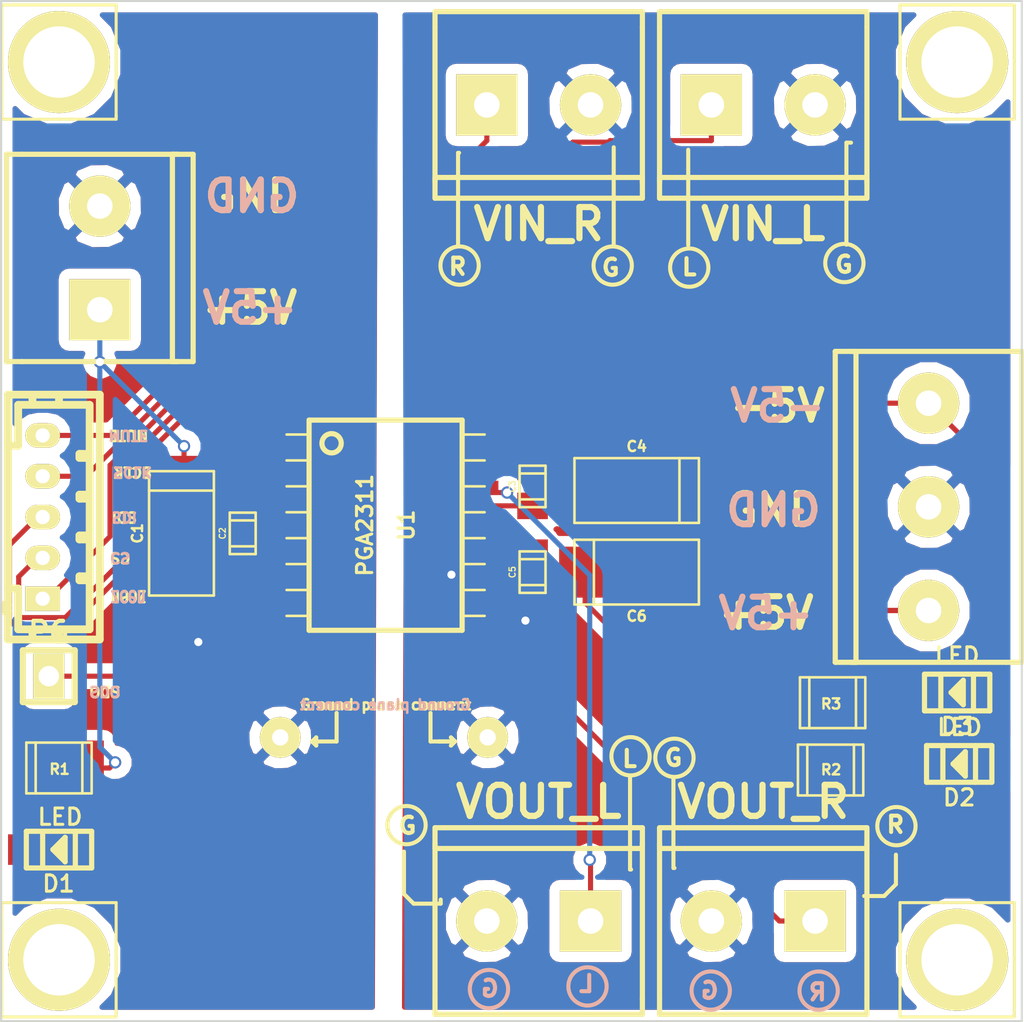
<source format=kicad_pcb>
(kicad_pcb (version 4) (host pcbnew 0.201601191446+6495~42~ubuntu15.10.1-product)

  (general
    (links 43)
    (no_connects 0)
    (area 48.115999 32.857999 98.216001 82.958001)
    (thickness 1.6)
    (drawings 83)
    (tracks 150)
    (zones 0)
    (modules 26)
    (nets 19)
  )

  (page User 140.005 150.012)
  (layers
    (0 F.Cu signal)
    (31 B.Cu signal hide)
    (32 B.Adhes user)
    (33 F.Adhes user)
    (34 B.Paste user)
    (35 F.Paste user)
    (36 B.SilkS user)
    (37 F.SilkS user)
    (38 B.Mask user)
    (39 F.Mask user)
    (40 Dwgs.User user)
    (41 Cmts.User user hide)
    (42 Eco1.User user)
    (43 Eco2.User user)
    (44 Edge.Cuts user)
    (45 Margin user)
    (46 B.CrtYd user)
    (47 F.CrtYd user)
    (48 B.Fab user)
    (49 F.Fab user)
  )

  (setup
    (last_trace_width 0.25)
    (trace_clearance 0.2)
    (zone_clearance 0.508)
    (zone_45_only no)
    (trace_min 0.2)
    (segment_width 0.2)
    (edge_width 0.1)
    (via_size 0.6)
    (via_drill 0.4)
    (via_min_size 0.4)
    (via_min_drill 0.3)
    (uvia_size 0.3)
    (uvia_drill 0.1)
    (uvias_allowed no)
    (uvia_min_size 0.2)
    (uvia_min_drill 0.1)
    (pcb_text_width 0.3)
    (pcb_text_size 1.5 1.5)
    (mod_edge_width 0.15)
    (mod_text_size 1 1)
    (mod_text_width 0.15)
    (pad_size 1.5 1.5)
    (pad_drill 0.6)
    (pad_to_mask_clearance 0)
    (aux_axis_origin 0 0)
    (visible_elements FFFFFF7F)
    (pcbplotparams
      (layerselection 0x00030_80000001)
      (usegerberextensions false)
      (excludeedgelayer true)
      (linewidth 0.100000)
      (plotframeref false)
      (viasonmask false)
      (mode 1)
      (useauxorigin false)
      (hpglpennumber 1)
      (hpglpenspeed 20)
      (hpglpendiameter 15)
      (hpglpenoverlay 2)
      (psnegative false)
      (psa4output false)
      (plotreference true)
      (plotvalue true)
      (plotinvisibletext false)
      (padsonsilk false)
      (subtractmaskfromsilk false)
      (outputformat 1)
      (mirror false)
      (drillshape 1)
      (scaleselection 1)
      (outputdirectory ""))
  )

  (net 0 "")
  (net 1 +5VD)
  (net 2 GND_D)
  (net 3 GND_A)
  (net 4 -5V)
  (net 5 +5V)
  (net 6 VIN_R)
  (net 7 VOUT_R)
  (net 8 VIN_L)
  (net 9 VOUT_L)
  (net 10 ZCEN)
  (net 11 SDI)
  (net 12 CS)
  (net 13 SCLK)
  (net 14 MUTE)
  (net 15 SDO)
  (net 16 "Net-(D1-Pad2)")
  (net 17 "Net-(D2-Pad2)")
  (net 18 "Net-(D3-Pad2)")

  (net_class Default "This is the default net class."
    (clearance 0.2)
    (trace_width 0.25)
    (via_dia 0.6)
    (via_drill 0.4)
    (uvia_dia 0.3)
    (uvia_drill 0.1)
    (add_net +5V)
    (add_net +5VD)
    (add_net -5V)
    (add_net CS)
    (add_net GND_A)
    (add_net GND_D)
    (add_net MUTE)
    (add_net "Net-(D1-Pad2)")
    (add_net "Net-(D2-Pad2)")
    (add_net "Net-(D3-Pad2)")
    (add_net SCLK)
    (add_net SDI)
    (add_net SDO)
    (add_net VIN_L)
    (add_net VIN_R)
    (add_net VOUT_L)
    (add_net VOUT_R)
    (add_net ZCEN)
  )

  (module w_conn_jst-ph:b5b-ph-kl (layer F.Cu) (tedit 56A52F1B) (tstamp 55E0782D)
    (at 50.2 58.2 90)
    (descr "JST PH series connector, B5B-PH-KL")
    (path /55DFB110)
    (fp_text reference P5 (at 0 -2.99974 90) (layer F.SilkS) hide
      (effects (font (thickness 0.3048)))
    )
    (fp_text value "" (at 0 4.20116 90) (layer F.SilkS)
      (effects (font (thickness 0.3048)))
    )
    (fp_line (start 5.99948 -1.69926) (end -5.99948 -1.69926) (layer F.SilkS) (width 0.381))
    (fp_line (start -5.4991 2.30124) (end 5.4991 2.30124) (layer F.SilkS) (width 0.381))
    (fp_line (start 5.99948 2.79908) (end -5.99948 2.79908) (layer F.SilkS) (width 0.381))
    (fp_line (start 3.09626 1.80086) (end 3.09626 2.30124) (layer F.SilkS) (width 0.381))
    (fp_line (start 2.89814 1.80086) (end 3.09626 1.80086) (layer F.SilkS) (width 0.381))
    (fp_line (start 2.89814 2.30124) (end 2.89814 1.80086) (layer F.SilkS) (width 0.381))
    (fp_line (start -0.9017 1.80086) (end -0.9017 2.30124) (layer F.SilkS) (width 0.381))
    (fp_line (start -1.09982 1.80086) (end -0.9017 1.80086) (layer F.SilkS) (width 0.381))
    (fp_line (start -1.09982 2.30124) (end -1.09982 1.80086) (layer F.SilkS) (width 0.381))
    (fp_line (start -2.90322 1.80086) (end -2.90322 2.30124) (layer F.SilkS) (width 0.381))
    (fp_line (start -3.10134 1.80086) (end -2.90322 1.80086) (layer F.SilkS) (width 0.381))
    (fp_line (start -3.10134 2.30124) (end -3.10134 1.80086) (layer F.SilkS) (width 0.381))
    (fp_line (start 0.89916 2.30124) (end 0.89916 1.80086) (layer F.SilkS) (width 0.381))
    (fp_line (start 0.89916 1.80086) (end 1.09728 1.80086) (layer F.SilkS) (width 0.381))
    (fp_line (start 1.09728 1.80086) (end 1.09728 2.30124) (layer F.SilkS) (width 0.381))
    (fp_line (start 5.99948 -0.50038) (end 5.4991 -0.50038) (layer F.SilkS) (width 0.381))
    (fp_line (start 5.4991 0.8001) (end 5.99948 0.8001) (layer F.SilkS) (width 0.381))
    (fp_line (start -5.50164 0.8001) (end -6.00202 0.8001) (layer F.SilkS) (width 0.381))
    (fp_line (start -5.50164 -0.50038) (end -6.00202 -0.50038) (layer F.SilkS) (width 0.381))
    (fp_line (start -3.50266 -1.69926) (end -3.50266 -1.19888) (layer F.SilkS) (width 0.381))
    (fp_line (start -3.50266 -1.19888) (end -5.50164 -1.19888) (layer F.SilkS) (width 0.381))
    (fp_line (start -5.50164 -1.19888) (end -5.50164 2.30124) (layer F.SilkS) (width 0.381))
    (fp_line (start 5.4991 2.30124) (end 5.4991 -1.19888) (layer F.SilkS) (width 0.381))
    (fp_line (start 5.4991 -1.19888) (end 3.50012 -1.19888) (layer F.SilkS) (width 0.381))
    (fp_line (start 3.50012 -1.19888) (end 3.50012 -1.69926) (layer F.SilkS) (width 0.381))
    (fp_line (start -6.00202 -1.69926) (end -6.00202 2.79908) (layer F.SilkS) (width 0.381))
    (fp_line (start 5.99948 -1.69926) (end 5.99948 2.79908) (layer F.SilkS) (width 0.381))
    (fp_line (start -4.30276 -1.69926) (end -4.30276 -1.89992) (layer F.SilkS) (width 0.381))
    (fp_line (start -4.30276 -1.89992) (end -4.60248 -1.89992) (layer F.SilkS) (width 0.381))
    (fp_line (start -4.60248 -1.89992) (end -4.60248 -1.69926) (layer F.SilkS) (width 0.381))
    (pad 1 thru_hole rect (at -4.00304 0 90) (size 1.19888 1.69926) (drill 0.70104) (layers *.Cu *.Mask F.SilkS)
      (net 10 ZCEN))
    (pad 3 thru_hole oval (at 0 0 90) (size 1.19888 1.69926) (drill 0.70104) (layers *.Cu *.Mask F.SilkS)
      (net 11 SDI))
    (pad 2 thru_hole oval (at -2.00152 0 90) (size 1.19888 1.69926) (drill 0.70104) (layers *.Cu *.Mask F.SilkS)
      (net 12 CS))
    (pad 4 thru_hole oval (at 1.99898 0 90) (size 1.19888 1.69926) (drill 0.70104) (layers *.Cu *.Mask F.SilkS)
      (net 13 SCLK))
    (pad 5 thru_hole oval (at 4.0005 0 90) (size 1.19888 1.69926) (drill 0.70104) (layers *.Cu *.Mask F.SilkS)
      (net 14 MUTE))
    (model walter/conn_jst-ph/b5b-ph-kl.wrl
      (at (xyz 0 0 0))
      (scale (xyz 1 1 1))
      (rotate (xyz 0 0 0))
    )
  )

  (module w_smd_dil:soic-16 (layer F.Cu) (tedit 4F1AAE16) (tstamp 55E07853)
    (at 67 58.6 270)
    (descr "SOIC Wide, 16 pins")
    (path /55D4A7EF)
    (fp_text reference U1 (at 0 -1.016 270) (layer F.SilkS)
      (effects (font (size 0.7493 0.7493) (thickness 0.14986)))
    )
    (fp_text value PGA2311 (at 0 1.016 270) (layer F.SilkS)
      (effects (font (size 0.7493 0.7493) (thickness 0.14986)))
    )
    (fp_line (start 5.15112 -3.74904) (end -5.15112 -3.74904) (layer F.SilkS) (width 0.254))
    (fp_line (start -5.15112 3.74904) (end 5.15112 3.74904) (layer F.SilkS) (width 0.254))
    (fp_line (start 4.445 -3.7592) (end 4.445 -4.8514) (layer F.SilkS) (width 0.127))
    (fp_line (start 3.175 -3.7592) (end 3.175 -4.8514) (layer F.SilkS) (width 0.127))
    (fp_line (start 1.905 -3.7592) (end 1.905 -4.8514) (layer F.SilkS) (width 0.127))
    (fp_line (start 5.15112 3.74904) (end 5.15112 -3.74904) (layer F.SilkS) (width 0.254))
    (fp_line (start -5.15112 -3.74904) (end -5.15112 3.74904) (layer F.SilkS) (width 0.254))
    (fp_line (start -4.445 -3.7592) (end -4.445 -4.8514) (layer F.SilkS) (width 0.127))
    (fp_line (start -3.175 -3.7592) (end -3.175 -4.8514) (layer F.SilkS) (width 0.127))
    (fp_line (start -1.905 -4.8514) (end -1.905 -3.7592) (layer F.SilkS) (width 0.127))
    (fp_line (start -0.635 -4.8514) (end -0.635 -3.7592) (layer F.SilkS) (width 0.127))
    (fp_line (start 0.635 -4.8514) (end 0.635 -3.7592) (layer F.SilkS) (width 0.127))
    (fp_line (start 4.445 3.7592) (end 4.445 4.8514) (layer F.SilkS) (width 0.127))
    (fp_line (start 3.175 3.7592) (end 3.175 4.8514) (layer F.SilkS) (width 0.127))
    (fp_line (start 1.905 3.7592) (end 1.905 4.8514) (layer F.SilkS) (width 0.127))
    (fp_line (start -4.445 3.7592) (end -4.445 4.8514) (layer F.SilkS) (width 0.127))
    (fp_line (start -3.175 4.8514) (end -3.175 3.7592) (layer F.SilkS) (width 0.127))
    (fp_line (start 0.635 4.8514) (end 0.635 3.7592) (layer F.SilkS) (width 0.127))
    (fp_line (start -0.635 4.8514) (end -0.635 3.7592) (layer F.SilkS) (width 0.127))
    (fp_line (start -1.905 4.8514) (end -1.905 3.7592) (layer F.SilkS) (width 0.127))
    (fp_circle (center -4.01574 2.64668) (end -4.29514 3.02768) (layer F.SilkS) (width 0.254))
    (pad 1 smd rect (at -4.445 4.81076 270) (size 0.55118 1.43002) (layers F.Cu F.Paste F.Mask)
      (net 10 ZCEN))
    (pad 2 smd rect (at -3.175 4.81076 270) (size 0.55118 1.43002) (layers F.Cu F.Paste F.Mask)
      (net 12 CS))
    (pad 3 smd rect (at -1.905 4.81076 270) (size 0.55118 1.43002) (layers F.Cu F.Paste F.Mask)
      (net 11 SDI))
    (pad 4 smd rect (at -0.635 4.81076 270) (size 0.55118 1.43002) (layers F.Cu F.Paste F.Mask)
      (net 1 +5VD))
    (pad 5 smd rect (at 0.635 4.81076 270) (size 0.55118 1.43002) (layers F.Cu F.Paste F.Mask)
      (net 2 GND_D))
    (pad 6 smd rect (at 1.905 4.81076 270) (size 0.55118 1.43002) (layers F.Cu F.Paste F.Mask)
      (net 13 SCLK))
    (pad 7 smd rect (at 3.175 4.81076 270) (size 0.55118 1.43002) (layers F.Cu F.Paste F.Mask)
      (net 15 SDO))
    (pad 8 smd rect (at 4.445 4.81076 270) (size 0.55118 1.43002) (layers F.Cu F.Paste F.Mask)
      (net 14 MUTE))
    (pad 9 smd rect (at 4.445 -4.81076 270) (size 0.55118 1.43002) (layers F.Cu F.Paste F.Mask)
      (net 6 VIN_R))
    (pad 10 smd rect (at 3.175 -4.81076 270) (size 0.55118 1.43002) (layers F.Cu F.Paste F.Mask)
      (net 3 GND_A))
    (pad 11 smd rect (at 1.905 -4.81076 270) (size 0.55118 1.43002) (layers F.Cu F.Paste F.Mask)
      (net 7 VOUT_R))
    (pad 12 smd rect (at 0.635 -4.81076 270) (size 0.55118 1.43002) (layers F.Cu F.Paste F.Mask)
      (net 5 +5V))
    (pad 13 smd rect (at -0.635 -4.81076 270) (size 0.55118 1.43002) (layers F.Cu F.Paste F.Mask)
      (net 4 -5V))
    (pad 14 smd rect (at -1.905 -4.81076 270) (size 0.55118 1.43002) (layers F.Cu F.Paste F.Mask)
      (net 9 VOUT_L))
    (pad 15 smd rect (at -3.175 -4.81076 270) (size 0.55118 1.43002) (layers F.Cu F.Paste F.Mask)
      (net 3 GND_A))
    (pad 16 smd rect (at -4.445 -4.81076 270) (size 0.55118 1.43002) (layers F.Cu F.Paste F.Mask)
      (net 8 VIN_L))
    (model walter/smd_dil/soic-16.wrl
      (at (xyz 0 0 0))
      (scale (xyz 1 1 1))
      (rotate (xyz 0 0 0))
    )
  )

  (module w_conn_screw:mors_2p (layer F.Cu) (tedit 56A52F29) (tstamp 55E0A497)
    (at 74.5 38)
    (descr "Terminal block 2 pins")
    (tags DEV)
    (path /55DF8B65)
    (fp_text reference P1 (at 0 -5.842) (layer F.SilkS) hide
      (effects (font (thickness 0.3048)))
    )
    (fp_text value VIN_R (at 0 5.842) (layer F.SilkS)
      (effects (font (thickness 0.3048)))
    )
    (fp_line (start 5.08 -3.81) (end 5.08 -4.572) (layer F.SilkS) (width 0.254))
    (fp_line (start 5.08 -4.572) (end -5.08 -4.572) (layer F.SilkS) (width 0.254))
    (fp_line (start -5.08 -4.572) (end -5.08 -3.81) (layer F.SilkS) (width 0.254))
    (fp_line (start 5.08 4.572) (end -5.08 4.572) (layer F.SilkS) (width 0.254))
    (fp_line (start -5.08 4.572) (end -5.08 3.556) (layer F.SilkS) (width 0.254))
    (fp_line (start -5.08 3.556) (end 5.08 3.556) (layer F.SilkS) (width 0.254))
    (fp_line (start 5.08 3.556) (end 5.08 4.572) (layer F.SilkS) (width 0.254))
    (fp_line (start 5.08 3.81) (end 5.08 -3.81) (layer F.SilkS) (width 0.254))
    (fp_line (start -5.08 -3.81) (end -5.08 3.81) (layer F.SilkS) (width 0.254))
    (pad 1 thru_hole rect (at -2.54 0) (size 2.99974 2.99974) (drill 1.24968) (layers *.Cu *.Mask F.SilkS)
      (net 6 VIN_R))
    (pad 2 thru_hole circle (at 2.54 0) (size 2.99974 2.99974) (drill 1.24968) (layers *.Cu *.Mask F.SilkS)
      (net 3 GND_A))
    (model walter/conn_screw/mors_2p.wrl
      (at (xyz 0 0 0))
      (scale (xyz 1 1 1))
      (rotate (xyz 0 0 0))
    )
  )

  (module w_conn_screw:mors_2p (layer F.Cu) (tedit 56A52F08) (tstamp 55E0A49C)
    (at 85.5 78 180)
    (descr "Terminal block 2 pins")
    (tags DEV)
    (path /55DF884D)
    (fp_text reference P2 (at 0 -5.842 180) (layer F.SilkS) hide
      (effects (font (thickness 0.3048)))
    )
    (fp_text value VOUT_R (at 0 5.842 180) (layer F.SilkS)
      (effects (font (thickness 0.3048)))
    )
    (fp_line (start 5.08 -3.81) (end 5.08 -4.572) (layer F.SilkS) (width 0.254))
    (fp_line (start 5.08 -4.572) (end -5.08 -4.572) (layer F.SilkS) (width 0.254))
    (fp_line (start -5.08 -4.572) (end -5.08 -3.81) (layer F.SilkS) (width 0.254))
    (fp_line (start 5.08 4.572) (end -5.08 4.572) (layer F.SilkS) (width 0.254))
    (fp_line (start -5.08 4.572) (end -5.08 3.556) (layer F.SilkS) (width 0.254))
    (fp_line (start -5.08 3.556) (end 5.08 3.556) (layer F.SilkS) (width 0.254))
    (fp_line (start 5.08 3.556) (end 5.08 4.572) (layer F.SilkS) (width 0.254))
    (fp_line (start 5.08 3.81) (end 5.08 -3.81) (layer F.SilkS) (width 0.254))
    (fp_line (start -5.08 -3.81) (end -5.08 3.81) (layer F.SilkS) (width 0.254))
    (pad 1 thru_hole rect (at -2.54 0 180) (size 2.99974 2.99974) (drill 1.24968) (layers *.Cu *.Mask F.SilkS)
      (net 7 VOUT_R))
    (pad 2 thru_hole circle (at 2.54 0 180) (size 2.99974 2.99974) (drill 1.24968) (layers *.Cu *.Mask F.SilkS)
      (net 3 GND_A))
    (model walter/conn_screw/mors_2p.wrl
      (at (xyz 0 0 0))
      (scale (xyz 1 1 1))
      (rotate (xyz 0 0 0))
    )
  )

  (module w_conn_screw:mors_2p (layer F.Cu) (tedit 56A52F2C) (tstamp 55E0A4A1)
    (at 85.5 38)
    (descr "Terminal block 2 pins")
    (tags DEV)
    (path /55DF8AE9)
    (fp_text reference P3 (at 0 -5.842) (layer F.SilkS) hide
      (effects (font (thickness 0.3048)))
    )
    (fp_text value VIN_L (at 0 5.842) (layer F.SilkS)
      (effects (font (thickness 0.3048)))
    )
    (fp_line (start 5.08 -3.81) (end 5.08 -4.572) (layer F.SilkS) (width 0.254))
    (fp_line (start 5.08 -4.572) (end -5.08 -4.572) (layer F.SilkS) (width 0.254))
    (fp_line (start -5.08 -4.572) (end -5.08 -3.81) (layer F.SilkS) (width 0.254))
    (fp_line (start 5.08 4.572) (end -5.08 4.572) (layer F.SilkS) (width 0.254))
    (fp_line (start -5.08 4.572) (end -5.08 3.556) (layer F.SilkS) (width 0.254))
    (fp_line (start -5.08 3.556) (end 5.08 3.556) (layer F.SilkS) (width 0.254))
    (fp_line (start 5.08 3.556) (end 5.08 4.572) (layer F.SilkS) (width 0.254))
    (fp_line (start 5.08 3.81) (end 5.08 -3.81) (layer F.SilkS) (width 0.254))
    (fp_line (start -5.08 -3.81) (end -5.08 3.81) (layer F.SilkS) (width 0.254))
    (pad 1 thru_hole rect (at -2.54 0) (size 2.99974 2.99974) (drill 1.24968) (layers *.Cu *.Mask F.SilkS)
      (net 8 VIN_L))
    (pad 2 thru_hole circle (at 2.54 0) (size 2.99974 2.99974) (drill 1.24968) (layers *.Cu *.Mask F.SilkS)
      (net 3 GND_A))
    (model walter/conn_screw/mors_2p.wrl
      (at (xyz 0 0 0))
      (scale (xyz 1 1 1))
      (rotate (xyz 0 0 0))
    )
  )

  (module w_conn_screw:mors_2p (layer F.Cu) (tedit 56A52F06) (tstamp 55E0A4A6)
    (at 74.5 78 180)
    (descr "Terminal block 2 pins")
    (tags DEV)
    (path /55DF8910)
    (fp_text reference P4 (at 0 -5.842 180) (layer F.SilkS) hide
      (effects (font (thickness 0.3048)))
    )
    (fp_text value VOUT_L (at 0 5.842 180) (layer F.SilkS)
      (effects (font (thickness 0.3048)))
    )
    (fp_line (start 5.08 -3.81) (end 5.08 -4.572) (layer F.SilkS) (width 0.254))
    (fp_line (start 5.08 -4.572) (end -5.08 -4.572) (layer F.SilkS) (width 0.254))
    (fp_line (start -5.08 -4.572) (end -5.08 -3.81) (layer F.SilkS) (width 0.254))
    (fp_line (start 5.08 4.572) (end -5.08 4.572) (layer F.SilkS) (width 0.254))
    (fp_line (start -5.08 4.572) (end -5.08 3.556) (layer F.SilkS) (width 0.254))
    (fp_line (start -5.08 3.556) (end 5.08 3.556) (layer F.SilkS) (width 0.254))
    (fp_line (start 5.08 3.556) (end 5.08 4.572) (layer F.SilkS) (width 0.254))
    (fp_line (start 5.08 3.81) (end 5.08 -3.81) (layer F.SilkS) (width 0.254))
    (fp_line (start -5.08 -3.81) (end -5.08 3.81) (layer F.SilkS) (width 0.254))
    (pad 1 thru_hole rect (at -2.54 0 180) (size 2.99974 2.99974) (drill 1.24968) (layers *.Cu *.Mask F.SilkS)
      (net 9 VOUT_L))
    (pad 2 thru_hole circle (at 2.54 0 180) (size 2.99974 2.99974) (drill 1.24968) (layers *.Cu *.Mask F.SilkS)
      (net 3 GND_A))
    (model walter/conn_screw/mors_2p.wrl
      (at (xyz 0 0 0))
      (scale (xyz 1 1 1))
      (rotate (xyz 0 0 0))
    )
  )

  (module w_conn_screw:mors_2p (layer F.Cu) (tedit 56A52F18) (tstamp 55E0A4B1)
    (at 53 45.5 90)
    (descr "Terminal block 2 pins")
    (tags DEV)
    (path /55DFD56D)
    (fp_text reference P8 (at 0 -5.842 90) (layer F.SilkS) hide
      (effects (font (thickness 0.3048)))
    )
    (fp_text value "" (at 0 5.842 90) (layer F.SilkS)
      (effects (font (thickness 0.3048)))
    )
    (fp_line (start 5.08 -3.81) (end 5.08 -4.572) (layer F.SilkS) (width 0.254))
    (fp_line (start 5.08 -4.572) (end -5.08 -4.572) (layer F.SilkS) (width 0.254))
    (fp_line (start -5.08 -4.572) (end -5.08 -3.81) (layer F.SilkS) (width 0.254))
    (fp_line (start 5.08 4.572) (end -5.08 4.572) (layer F.SilkS) (width 0.254))
    (fp_line (start -5.08 4.572) (end -5.08 3.556) (layer F.SilkS) (width 0.254))
    (fp_line (start -5.08 3.556) (end 5.08 3.556) (layer F.SilkS) (width 0.254))
    (fp_line (start 5.08 3.556) (end 5.08 4.572) (layer F.SilkS) (width 0.254))
    (fp_line (start 5.08 3.81) (end 5.08 -3.81) (layer F.SilkS) (width 0.254))
    (fp_line (start -5.08 -3.81) (end -5.08 3.81) (layer F.SilkS) (width 0.254))
    (pad 1 thru_hole rect (at -2.54 0 90) (size 2.99974 2.99974) (drill 1.24968) (layers *.Cu *.Mask F.SilkS)
      (net 1 +5VD))
    (pad 2 thru_hole circle (at 2.54 0 90) (size 2.99974 2.99974) (drill 1.24968) (layers *.Cu *.Mask F.SilkS)
      (net 2 GND_D))
    (model walter/conn_screw/mors_2p.wrl
      (at (xyz 0 0 0))
      (scale (xyz 1 1 1))
      (rotate (xyz 0 0 0))
    )
  )

  (module w_smd_cap:c_0805 (layer F.Cu) (tedit 49047394) (tstamp 55E0C137)
    (at 60 59 90)
    (descr "SMT capacitor, 0805")
    (path /55D4A8C7)
    (fp_text reference C2 (at 0 -0.9906 90) (layer F.SilkS)
      (effects (font (size 0.29972 0.29972) (thickness 0.06096)))
    )
    (fp_text value 0.1uF (at 0 0.9906 90) (layer F.SilkS) hide
      (effects (font (size 0.29972 0.29972) (thickness 0.06096)))
    )
    (fp_line (start 0.635 -0.635) (end 0.635 0.635) (layer F.SilkS) (width 0.127))
    (fp_line (start -0.635 -0.635) (end -0.635 0.6096) (layer F.SilkS) (width 0.127))
    (fp_line (start -1.016 -0.635) (end 1.016 -0.635) (layer F.SilkS) (width 0.127))
    (fp_line (start 1.016 -0.635) (end 1.016 0.635) (layer F.SilkS) (width 0.127))
    (fp_line (start 1.016 0.635) (end -1.016 0.635) (layer F.SilkS) (width 0.127))
    (fp_line (start -1.016 0.635) (end -1.016 -0.635) (layer F.SilkS) (width 0.127))
    (pad 1 smd rect (at 0.9525 0 90) (size 1.30048 1.4986) (layers F.Cu F.Paste F.Mask)
      (net 1 +5VD))
    (pad 2 smd rect (at -0.9525 0 90) (size 1.30048 1.4986) (layers F.Cu F.Paste F.Mask)
      (net 2 GND_D))
    (model walter/smd_cap/c_0805.wrl
      (at (xyz 0 0 0))
      (scale (xyz 1 1 1))
      (rotate (xyz 0 0 0))
    )
  )

  (module w_smd_cap:c_0805 (layer F.Cu) (tedit 49047394) (tstamp 55E0C13C)
    (at 74.2 56.7 90)
    (descr "SMT capacitor, 0805")
    (path /55D4ADB6)
    (fp_text reference C3 (at 0 -0.9906 90) (layer F.SilkS)
      (effects (font (size 0.29972 0.29972) (thickness 0.06096)))
    )
    (fp_text value 0.1uF (at 0 0.9906 90) (layer F.SilkS) hide
      (effects (font (size 0.29972 0.29972) (thickness 0.06096)))
    )
    (fp_line (start 0.635 -0.635) (end 0.635 0.635) (layer F.SilkS) (width 0.127))
    (fp_line (start -0.635 -0.635) (end -0.635 0.6096) (layer F.SilkS) (width 0.127))
    (fp_line (start -1.016 -0.635) (end 1.016 -0.635) (layer F.SilkS) (width 0.127))
    (fp_line (start 1.016 -0.635) (end 1.016 0.635) (layer F.SilkS) (width 0.127))
    (fp_line (start 1.016 0.635) (end -1.016 0.635) (layer F.SilkS) (width 0.127))
    (fp_line (start -1.016 0.635) (end -1.016 -0.635) (layer F.SilkS) (width 0.127))
    (pad 1 smd rect (at 0.9525 0 90) (size 1.30048 1.4986) (layers F.Cu F.Paste F.Mask)
      (net 3 GND_A))
    (pad 2 smd rect (at -0.9525 0 90) (size 1.30048 1.4986) (layers F.Cu F.Paste F.Mask)
      (net 4 -5V))
    (model walter/smd_cap/c_0805.wrl
      (at (xyz 0 0 0))
      (scale (xyz 1 1 1))
      (rotate (xyz 0 0 0))
    )
  )

  (module w_smd_cap:c_tant_C (layer F.Cu) (tedit 4D5D91B9) (tstamp 55E0C141)
    (at 79.3 56.9)
    (descr "SMT capacitor, tantalum size C")
    (path /55D4AC42)
    (fp_text reference C4 (at 0 -2.159) (layer F.SilkS)
      (effects (font (size 0.50038 0.50038) (thickness 0.11938)))
    )
    (fp_text value 10uF (at 0 2.0955) (layer F.SilkS) hide
      (effects (font (size 0.50038 0.50038) (thickness 0.11938)))
    )
    (fp_line (start 2.0955 -1.5875) (end 2.0955 1.5875) (layer F.SilkS) (width 0.127))
    (fp_line (start -3.048 -1.5875) (end -3.048 1.5875) (layer F.SilkS) (width 0.127))
    (fp_line (start -3.048 1.5875) (end 3.048 1.5875) (layer F.SilkS) (width 0.127))
    (fp_line (start 3.048 1.5875) (end 3.048 -1.5875) (layer F.SilkS) (width 0.127))
    (fp_line (start 3.048 -1.5875) (end -3.048 -1.5875) (layer F.SilkS) (width 0.127))
    (pad 1 smd rect (at 2.52476 0) (size 2.55016 2.49936) (layers F.Cu F.Paste F.Mask)
      (net 3 GND_A))
    (pad 2 smd rect (at -2.52476 0) (size 2.55016 2.49936) (layers F.Cu F.Paste F.Mask)
      (net 4 -5V))
    (model walter/smd_cap/c_tant_C.wrl
      (at (xyz 0 0 0))
      (scale (xyz 1 1 1))
      (rotate (xyz 0 0 0))
    )
  )

  (module w_smd_cap:c_0805 (layer F.Cu) (tedit 49047394) (tstamp 55E0C146)
    (at 74.2 60.9 90)
    (descr "SMT capacitor, 0805")
    (path /55D4AE02)
    (fp_text reference C5 (at 0 -0.9906 90) (layer F.SilkS)
      (effects (font (size 0.29972 0.29972) (thickness 0.06096)))
    )
    (fp_text value 0.1uF (at 0 0.9906 90) (layer F.SilkS) hide
      (effects (font (size 0.29972 0.29972) (thickness 0.06096)))
    )
    (fp_line (start 0.635 -0.635) (end 0.635 0.635) (layer F.SilkS) (width 0.127))
    (fp_line (start -0.635 -0.635) (end -0.635 0.6096) (layer F.SilkS) (width 0.127))
    (fp_line (start -1.016 -0.635) (end 1.016 -0.635) (layer F.SilkS) (width 0.127))
    (fp_line (start 1.016 -0.635) (end 1.016 0.635) (layer F.SilkS) (width 0.127))
    (fp_line (start 1.016 0.635) (end -1.016 0.635) (layer F.SilkS) (width 0.127))
    (fp_line (start -1.016 0.635) (end -1.016 -0.635) (layer F.SilkS) (width 0.127))
    (pad 1 smd rect (at 0.9525 0 90) (size 1.30048 1.4986) (layers F.Cu F.Paste F.Mask)
      (net 5 +5V))
    (pad 2 smd rect (at -0.9525 0 90) (size 1.30048 1.4986) (layers F.Cu F.Paste F.Mask)
      (net 3 GND_A))
    (model walter/smd_cap/c_0805.wrl
      (at (xyz 0 0 0))
      (scale (xyz 1 1 1))
      (rotate (xyz 0 0 0))
    )
  )

  (module w_smd_cap:c_tant_C (layer F.Cu) (tedit 4D5D91B9) (tstamp 55E0C14B)
    (at 79.3 60.9 180)
    (descr "SMT capacitor, tantalum size C")
    (path /55D4AD0C)
    (fp_text reference C6 (at 0 -2.159 180) (layer F.SilkS)
      (effects (font (size 0.50038 0.50038) (thickness 0.11938)))
    )
    (fp_text value 10uF (at 0 2.0955 180) (layer F.SilkS) hide
      (effects (font (size 0.50038 0.50038) (thickness 0.11938)))
    )
    (fp_line (start 2.0955 -1.5875) (end 2.0955 1.5875) (layer F.SilkS) (width 0.127))
    (fp_line (start -3.048 -1.5875) (end -3.048 1.5875) (layer F.SilkS) (width 0.127))
    (fp_line (start -3.048 1.5875) (end 3.048 1.5875) (layer F.SilkS) (width 0.127))
    (fp_line (start 3.048 1.5875) (end 3.048 -1.5875) (layer F.SilkS) (width 0.127))
    (fp_line (start 3.048 -1.5875) (end -3.048 -1.5875) (layer F.SilkS) (width 0.127))
    (pad 1 smd rect (at 2.52476 0 180) (size 2.55016 2.49936) (layers F.Cu F.Paste F.Mask)
      (net 5 +5V))
    (pad 2 smd rect (at -2.52476 0 180) (size 2.55016 2.49936) (layers F.Cu F.Paste F.Mask)
      (net 3 GND_A))
    (model walter/smd_cap/c_tant_C.wrl
      (at (xyz 0 0 0))
      (scale (xyz 1 1 1))
      (rotate (xyz 0 0 0))
    )
  )

  (module w_smd_leds:Led_1206 (layer F.Cu) (tedit 50CDAAE4) (tstamp 55E0C155)
    (at 51 74.5 180)
    (descr "SMD LED, 1206")
    (path /55E0BB11)
    (fp_text reference D1 (at 0.0222 -1.6746 180) (layer F.SilkS)
      (effects (font (size 0.8001 0.8001) (thickness 0.14986)))
    )
    (fp_text value LED (at -0.054 1.602 180) (layer F.SilkS)
      (effects (font (size 0.8001 0.8001) (thickness 0.14986)))
    )
    (fp_line (start 0 -0.20066) (end 0 0.09906) (layer F.SilkS) (width 0.254))
    (fp_line (start -0.09906 0.29972) (end -0.09906 -0.29972) (layer F.SilkS) (width 0.254))
    (fp_line (start -0.29972 -0.59944) (end -0.29972 0.59944) (layer F.SilkS) (width 0.254))
    (fp_line (start -0.29972 0.59944) (end 0.29972 0) (layer F.SilkS) (width 0.254))
    (fp_line (start 0.29972 0) (end -0.29972 -0.59944) (layer F.SilkS) (width 0.254))
    (fp_line (start 0.8001 0.89916) (end 0.8001 -0.89916) (layer F.SilkS) (width 0.254))
    (fp_line (start -0.8001 -0.89916) (end -0.8001 0.89916) (layer F.SilkS) (width 0.254))
    (fp_line (start -1.6002 -0.89916) (end 1.6002 -0.89916) (layer F.SilkS) (width 0.254))
    (fp_line (start 1.6002 -0.89916) (end 1.6002 0.89916) (layer F.SilkS) (width 0.254))
    (fp_line (start 1.6002 0.89916) (end -1.6002 0.89916) (layer F.SilkS) (width 0.254))
    (fp_line (start -1.6002 0.89916) (end -1.6002 -0.89916) (layer F.SilkS) (width 0.254))
    (pad 1 smd rect (at -1.74752 0 180) (size 1.4986 1.4986) (layers F.Cu F.Paste F.Mask)
      (net 2 GND_D))
    (pad 2 smd rect (at 1.74752 0 180) (size 1.4986 1.4986) (layers F.Cu F.Paste F.Mask)
      (net 16 "Net-(D1-Pad2)"))
    (model walter/smd_leds/led_1206.wrl
      (at (xyz 0 0 0))
      (scale (xyz 1 1 1))
      (rotate (xyz 0 0 0))
    )
  )

  (module w_smd_leds:Led_1206 (layer F.Cu) (tedit 50CDAAE4) (tstamp 55E0C15B)
    (at 95.1 70.3 180)
    (descr "SMD LED, 1206")
    (path /55E0BDED)
    (fp_text reference D2 (at 0 -1.651 180) (layer F.SilkS)
      (effects (font (size 0.8001 0.8001) (thickness 0.14986)))
    )
    (fp_text value LED (at -0.023 1.7962 180) (layer F.SilkS)
      (effects (font (size 0.8001 0.8001) (thickness 0.14986)))
    )
    (fp_line (start 0 -0.20066) (end 0 0.09906) (layer F.SilkS) (width 0.254))
    (fp_line (start -0.09906 0.29972) (end -0.09906 -0.29972) (layer F.SilkS) (width 0.254))
    (fp_line (start -0.29972 -0.59944) (end -0.29972 0.59944) (layer F.SilkS) (width 0.254))
    (fp_line (start -0.29972 0.59944) (end 0.29972 0) (layer F.SilkS) (width 0.254))
    (fp_line (start 0.29972 0) (end -0.29972 -0.59944) (layer F.SilkS) (width 0.254))
    (fp_line (start 0.8001 0.89916) (end 0.8001 -0.89916) (layer F.SilkS) (width 0.254))
    (fp_line (start -0.8001 -0.89916) (end -0.8001 0.89916) (layer F.SilkS) (width 0.254))
    (fp_line (start -1.6002 -0.89916) (end 1.6002 -0.89916) (layer F.SilkS) (width 0.254))
    (fp_line (start 1.6002 -0.89916) (end 1.6002 0.89916) (layer F.SilkS) (width 0.254))
    (fp_line (start 1.6002 0.89916) (end -1.6002 0.89916) (layer F.SilkS) (width 0.254))
    (fp_line (start -1.6002 0.89916) (end -1.6002 -0.89916) (layer F.SilkS) (width 0.254))
    (pad 1 smd rect (at -1.74752 0 180) (size 1.4986 1.4986) (layers F.Cu F.Paste F.Mask)
      (net 3 GND_A))
    (pad 2 smd rect (at 1.74752 0 180) (size 1.4986 1.4986) (layers F.Cu F.Paste F.Mask)
      (net 17 "Net-(D2-Pad2)"))
    (model walter/smd_leds/led_1206.wrl
      (at (xyz 0 0 0))
      (scale (xyz 1 1 1))
      (rotate (xyz 0 0 0))
    )
  )

  (module w_smd_leds:Led_1206 (layer F.Cu) (tedit 50CDAAE4) (tstamp 55E0C161)
    (at 95 66.8 180)
    (descr "SMD LED, 1206")
    (path /55E0BFA3)
    (fp_text reference D3 (at 0 -1.651 180) (layer F.SilkS)
      (effects (font (size 0.8001 0.8001) (thickness 0.14986)))
    )
    (fp_text value LED (at 0 1.80086 180) (layer F.SilkS)
      (effects (font (size 0.8001 0.8001) (thickness 0.14986)))
    )
    (fp_line (start 0 -0.20066) (end 0 0.09906) (layer F.SilkS) (width 0.254))
    (fp_line (start -0.09906 0.29972) (end -0.09906 -0.29972) (layer F.SilkS) (width 0.254))
    (fp_line (start -0.29972 -0.59944) (end -0.29972 0.59944) (layer F.SilkS) (width 0.254))
    (fp_line (start -0.29972 0.59944) (end 0.29972 0) (layer F.SilkS) (width 0.254))
    (fp_line (start 0.29972 0) (end -0.29972 -0.59944) (layer F.SilkS) (width 0.254))
    (fp_line (start 0.8001 0.89916) (end 0.8001 -0.89916) (layer F.SilkS) (width 0.254))
    (fp_line (start -0.8001 -0.89916) (end -0.8001 0.89916) (layer F.SilkS) (width 0.254))
    (fp_line (start -1.6002 -0.89916) (end 1.6002 -0.89916) (layer F.SilkS) (width 0.254))
    (fp_line (start 1.6002 -0.89916) (end 1.6002 0.89916) (layer F.SilkS) (width 0.254))
    (fp_line (start 1.6002 0.89916) (end -1.6002 0.89916) (layer F.SilkS) (width 0.254))
    (fp_line (start -1.6002 0.89916) (end -1.6002 -0.89916) (layer F.SilkS) (width 0.254))
    (pad 1 smd rect (at -1.74752 0 180) (size 1.4986 1.4986) (layers F.Cu F.Paste F.Mask)
      (net 4 -5V))
    (pad 2 smd rect (at 1.74752 0 180) (size 1.4986 1.4986) (layers F.Cu F.Paste F.Mask)
      (net 18 "Net-(D3-Pad2)"))
    (model walter/smd_leds/led_1206.wrl
      (at (xyz 0 0 0))
      (scale (xyz 1 1 1))
      (rotate (xyz 0 0 0))
    )
  )

  (module w_pin_strip:pin_strip_1 (layer F.Cu) (tedit 4B90E035) (tstamp 55E0C162)
    (at 50.5 66)
    (descr "Pin strip 1pin")
    (tags "CONN DEV")
    (path /55DFB24D)
    (fp_text reference P6 (at 0 -2.159) (layer F.SilkS)
      (effects (font (size 1.016 1.016) (thickness 0.2032)))
    )
    (fp_text value SDO_TO_OTHER_PGA2311 (at 0.254 -3.556) (layer F.SilkS) hide
      (effects (font (size 1.016 0.889) (thickness 0.2032)))
    )
    (fp_line (start 1.27 1.27) (end -1.27 1.27) (layer F.SilkS) (width 0.3048))
    (fp_line (start -1.27 -1.27) (end 1.27 -1.27) (layer F.SilkS) (width 0.3048))
    (fp_line (start -1.27 1.27) (end -1.27 -1.27) (layer F.SilkS) (width 0.3048))
    (fp_line (start 1.27 -1.27) (end 1.27 1.27) (layer F.SilkS) (width 0.3048))
    (pad 1 thru_hole rect (at 0 0) (size 1.524 2.19964) (drill 1.00076) (layers *.Cu *.Mask F.SilkS)
      (net 15 SDO))
    (model walter/pin_strip/pin_strip_1.wrl
      (at (xyz 0 0 0))
      (scale (xyz 1 1 1))
      (rotate (xyz 0 0 0))
    )
  )

  (module w_smd_resistors:r_1210 (layer F.Cu) (tedit 49047434) (tstamp 55E0C16B)
    (at 51 70.5 180)
    (descr "SMT resistor, 1210")
    (path /55E0BB66)
    (fp_text reference R1 (at -0.0286 -0.0612 180) (layer F.SilkS)
      (effects (font (size 0.50038 0.50038) (thickness 0.11938)))
    )
    (fp_text value 10k (at 0 1.7018 180) (layer F.SilkS) hide
      (effects (font (size 0.50038 0.50038) (thickness 0.11938)))
    )
    (fp_line (start -1.6002 -1.2446) (end -1.6002 1.2446) (layer F.SilkS) (width 0.127))
    (fp_line (start 1.6002 1.2446) (end 1.6002 -1.2446) (layer F.SilkS) (width 0.127))
    (fp_line (start 1.143 -1.2446) (end 1.143 1.2446) (layer F.SilkS) (width 0.127))
    (fp_line (start -1.143 1.2446) (end -1.143 -1.2446) (layer F.SilkS) (width 0.127))
    (fp_line (start -1.6002 1.2446) (end 1.6002 1.2446) (layer F.SilkS) (width 0.127))
    (fp_line (start 1.6002 -1.2446) (end -1.6002 -1.2446) (layer F.SilkS) (width 0.127))
    (pad 1 smd rect (at 1.397 0 180) (size 1.6002 2.6924) (layers F.Cu F.Paste F.Mask)
      (net 16 "Net-(D1-Pad2)"))
    (pad 2 smd rect (at -1.397 0 180) (size 1.6002 2.6924) (layers F.Cu F.Paste F.Mask)
      (net 1 +5VD))
    (model walter/smd_resistors/r_1210.wrl
      (at (xyz 0 0 0))
      (scale (xyz 1 1 1))
      (rotate (xyz 0 0 0))
    )
  )

  (module w_smd_resistors:r_1210 (layer F.Cu) (tedit 49047434) (tstamp 55E0C171)
    (at 88.8 70.6 180)
    (descr "SMT resistor, 1210")
    (path /55E0BD7B)
    (fp_text reference R2 (at -0.0238 0.0134 180) (layer F.SilkS)
      (effects (font (size 0.50038 0.50038) (thickness 0.11938)))
    )
    (fp_text value 10k (at 0 1.7018 180) (layer F.SilkS) hide
      (effects (font (size 0.50038 0.50038) (thickness 0.11938)))
    )
    (fp_line (start -1.6002 -1.2446) (end -1.6002 1.2446) (layer F.SilkS) (width 0.127))
    (fp_line (start 1.6002 1.2446) (end 1.6002 -1.2446) (layer F.SilkS) (width 0.127))
    (fp_line (start 1.143 -1.2446) (end 1.143 1.2446) (layer F.SilkS) (width 0.127))
    (fp_line (start -1.143 1.2446) (end -1.143 -1.2446) (layer F.SilkS) (width 0.127))
    (fp_line (start -1.6002 1.2446) (end 1.6002 1.2446) (layer F.SilkS) (width 0.127))
    (fp_line (start 1.6002 -1.2446) (end -1.6002 -1.2446) (layer F.SilkS) (width 0.127))
    (pad 1 smd rect (at 1.397 0 180) (size 1.6002 2.6924) (layers F.Cu F.Paste F.Mask)
      (net 5 +5V))
    (pad 2 smd rect (at -1.397 0 180) (size 1.6002 2.6924) (layers F.Cu F.Paste F.Mask)
      (net 17 "Net-(D2-Pad2)"))
    (model walter/smd_resistors/r_1210.wrl
      (at (xyz 0 0 0))
      (scale (xyz 1 1 1))
      (rotate (xyz 0 0 0))
    )
  )

  (module w_smd_resistors:r_1210 (layer F.Cu) (tedit 49047434) (tstamp 55E0C177)
    (at 88.9 67.3 180)
    (descr "SMT resistor, 1210")
    (path /55E0BF13)
    (fp_text reference R3 (at 0.0762 -0.0608 180) (layer F.SilkS)
      (effects (font (size 0.50038 0.50038) (thickness 0.11938)))
    )
    (fp_text value 10k (at 0 1.7018 180) (layer F.SilkS) hide
      (effects (font (size 0.50038 0.50038) (thickness 0.11938)))
    )
    (fp_line (start -1.6002 -1.2446) (end -1.6002 1.2446) (layer F.SilkS) (width 0.127))
    (fp_line (start 1.6002 1.2446) (end 1.6002 -1.2446) (layer F.SilkS) (width 0.127))
    (fp_line (start 1.143 -1.2446) (end 1.143 1.2446) (layer F.SilkS) (width 0.127))
    (fp_line (start -1.143 1.2446) (end -1.143 -1.2446) (layer F.SilkS) (width 0.127))
    (fp_line (start -1.6002 1.2446) (end 1.6002 1.2446) (layer F.SilkS) (width 0.127))
    (fp_line (start 1.6002 -1.2446) (end -1.6002 -1.2446) (layer F.SilkS) (width 0.127))
    (pad 1 smd rect (at 1.397 0 180) (size 1.6002 2.6924) (layers F.Cu F.Paste F.Mask)
      (net 3 GND_A))
    (pad 2 smd rect (at -1.397 0 180) (size 1.6002 2.6924) (layers F.Cu F.Paste F.Mask)
      (net 18 "Net-(D3-Pad2)"))
    (model walter/smd_resistors/r_1210.wrl
      (at (xyz 0 0 0))
      (scale (xyz 1 1 1))
      (rotate (xyz 0 0 0))
    )
  )

  (module mechanical:3.5mm_m3 (layer F.Cu) (tedit 56A52F24) (tstamp 55E0C321)
    (at 51 80)
    (fp_text reference REF** (at 0 0.5) (layer F.SilkS)
      (effects (font (size 1 1) (thickness 0.15)))
    )
    (fp_text value 3.5mmM3 (at 0 -0.5) (layer F.Fab) hide
      (effects (font (size 1 1) (thickness 0.15)))
    )
    (fp_line (start 2.8 2.5) (end 2.8 2.7) (layer F.SilkS) (width 0.15))
    (fp_line (start 2.6 -2.9) (end 2.8 -2.9) (layer F.SilkS) (width 0.15))
    (fp_line (start 0 -2.9) (end -2.8 -2.9) (layer F.SilkS) (width 0.15))
    (fp_line (start 0 2.7) (end -2.8 2.7) (layer F.SilkS) (width 0.15))
    (fp_line (start -2.8 2.7) (end -2.8 2.5) (layer F.SilkS) (width 0.15))
    (fp_line (start -2.8 0) (end -2.8 2.6) (layer F.SilkS) (width 0.15))
    (fp_line (start -2.8 0.1) (end -2.8 -2.9) (layer F.SilkS) (width 0.15))
    (fp_line (start 0 2.7) (end 2.8 2.7) (layer F.SilkS) (width 0.15))
    (fp_line (start 2.8 -0.2) (end 2.8 2.6) (layer F.SilkS) (width 0.15))
    (fp_line (start 2.8 -0.1) (end 2.8 -2.9) (layer F.SilkS) (width 0.15))
    (fp_line (start 0 -2.9) (end 2.6 -2.9) (layer F.SilkS) (width 0.15))
    (pad 1 thru_hole circle (at 0 -0.1) (size 5 5) (drill 3.5) (layers *.Cu *.Mask F.SilkS))
  )

  (module mechanical:3.5mm_m3 (layer F.Cu) (tedit 56A52F0D) (tstamp 55E0C323)
    (at 95 80)
    (fp_text reference REF** (at 0 0.5) (layer F.SilkS)
      (effects (font (size 1 1) (thickness 0.15)))
    )
    (fp_text value 3.5mmM3 (at 0 -0.5) (layer F.Fab) hide
      (effects (font (size 1 1) (thickness 0.15)))
    )
    (fp_line (start 2.8 2.5) (end 2.8 2.7) (layer F.SilkS) (width 0.15))
    (fp_line (start 2.6 -2.9) (end 2.8 -2.9) (layer F.SilkS) (width 0.15))
    (fp_line (start 0 -2.9) (end -2.8 -2.9) (layer F.SilkS) (width 0.15))
    (fp_line (start 0 2.7) (end -2.8 2.7) (layer F.SilkS) (width 0.15))
    (fp_line (start -2.8 2.7) (end -2.8 2.5) (layer F.SilkS) (width 0.15))
    (fp_line (start -2.8 0) (end -2.8 2.6) (layer F.SilkS) (width 0.15))
    (fp_line (start -2.8 0.1) (end -2.8 -2.9) (layer F.SilkS) (width 0.15))
    (fp_line (start 0 2.7) (end 2.8 2.7) (layer F.SilkS) (width 0.15))
    (fp_line (start 2.8 -0.2) (end 2.8 2.6) (layer F.SilkS) (width 0.15))
    (fp_line (start 2.8 -0.1) (end 2.8 -2.9) (layer F.SilkS) (width 0.15))
    (fp_line (start 0 -2.9) (end 2.6 -2.9) (layer F.SilkS) (width 0.15))
    (pad 1 thru_hole circle (at 0 -0.1) (size 5 5) (drill 3.5) (layers *.Cu *.Mask F.SilkS))
  )

  (module mechanical:3.5mm_m3 (layer F.Cu) (tedit 56A52F10) (tstamp 55E0C327)
    (at 95 36)
    (fp_text reference REF** (at 0 0.5) (layer F.SilkS)
      (effects (font (size 1 1) (thickness 0.15)))
    )
    (fp_text value 3.5mmM3 (at 0 -0.5) (layer F.Fab) hide
      (effects (font (size 1 1) (thickness 0.15)))
    )
    (fp_line (start 2.8 2.5) (end 2.8 2.7) (layer F.SilkS) (width 0.15))
    (fp_line (start 2.6 -2.9) (end 2.8 -2.9) (layer F.SilkS) (width 0.15))
    (fp_line (start 0 -2.9) (end -2.8 -2.9) (layer F.SilkS) (width 0.15))
    (fp_line (start 0 2.7) (end -2.8 2.7) (layer F.SilkS) (width 0.15))
    (fp_line (start -2.8 2.7) (end -2.8 2.5) (layer F.SilkS) (width 0.15))
    (fp_line (start -2.8 0) (end -2.8 2.6) (layer F.SilkS) (width 0.15))
    (fp_line (start -2.8 0.1) (end -2.8 -2.9) (layer F.SilkS) (width 0.15))
    (fp_line (start 0 2.7) (end 2.8 2.7) (layer F.SilkS) (width 0.15))
    (fp_line (start 2.8 -0.2) (end 2.8 2.6) (layer F.SilkS) (width 0.15))
    (fp_line (start 2.8 -0.1) (end 2.8 -2.9) (layer F.SilkS) (width 0.15))
    (fp_line (start 0 -2.9) (end 2.6 -2.9) (layer F.SilkS) (width 0.15))
    (pad 1 thru_hole circle (at 0 -0.1) (size 5 5) (drill 3.5) (layers *.Cu *.Mask F.SilkS))
  )

  (module mechanical:3.5mm_m3 (layer F.Cu) (tedit 56A52F15) (tstamp 55E0C32B)
    (at 51 36)
    (fp_text reference REF** (at 0 0.5) (layer F.SilkS)
      (effects (font (size 1 1) (thickness 0.15)))
    )
    (fp_text value 3.5mmM3 (at 0 -0.5) (layer F.Fab) hide
      (effects (font (size 1 1) (thickness 0.15)))
    )
    (fp_line (start 2.8 2.5) (end 2.8 2.7) (layer F.SilkS) (width 0.15))
    (fp_line (start 2.6 -2.9) (end 2.8 -2.9) (layer F.SilkS) (width 0.15))
    (fp_line (start 0 -2.9) (end -2.8 -2.9) (layer F.SilkS) (width 0.15))
    (fp_line (start 0 2.7) (end -2.8 2.7) (layer F.SilkS) (width 0.15))
    (fp_line (start -2.8 2.7) (end -2.8 2.5) (layer F.SilkS) (width 0.15))
    (fp_line (start -2.8 0) (end -2.8 2.6) (layer F.SilkS) (width 0.15))
    (fp_line (start -2.8 0.1) (end -2.8 -2.9) (layer F.SilkS) (width 0.15))
    (fp_line (start 0 2.7) (end 2.8 2.7) (layer F.SilkS) (width 0.15))
    (fp_line (start 2.8 -0.2) (end 2.8 2.6) (layer F.SilkS) (width 0.15))
    (fp_line (start 2.8 -0.1) (end 2.8 -2.9) (layer F.SilkS) (width 0.15))
    (fp_line (start 0 -2.9) (end 2.6 -2.9) (layer F.SilkS) (width 0.15))
    (pad 1 thru_hole circle (at 0 -0.1) (size 5 5) (drill 3.5) (layers *.Cu *.Mask F.SilkS))
  )

  (module w_smd_cap:c_tant_C (layer F.Cu) (tedit 4D5D91B9) (tstamp 55E0C41B)
    (at 57 59 90)
    (descr "SMT capacitor, tantalum size C")
    (path /55D4A9B4)
    (fp_text reference C1 (at 0 -2.159 90) (layer F.SilkS)
      (effects (font (size 0.50038 0.50038) (thickness 0.11938)))
    )
    (fp_text value 10uF (at 0 2.0955 90) (layer F.SilkS) hide
      (effects (font (size 0.50038 0.50038) (thickness 0.11938)))
    )
    (fp_line (start 2.0955 -1.5875) (end 2.0955 1.5875) (layer F.SilkS) (width 0.127))
    (fp_line (start -3.048 -1.5875) (end -3.048 1.5875) (layer F.SilkS) (width 0.127))
    (fp_line (start -3.048 1.5875) (end 3.048 1.5875) (layer F.SilkS) (width 0.127))
    (fp_line (start 3.048 1.5875) (end 3.048 -1.5875) (layer F.SilkS) (width 0.127))
    (fp_line (start 3.048 -1.5875) (end -3.048 -1.5875) (layer F.SilkS) (width 0.127))
    (pad 1 smd rect (at 2.52476 0 90) (size 2.55016 2.49936) (layers F.Cu F.Paste F.Mask)
      (net 1 +5VD))
    (pad 2 smd rect (at -2.52476 0 90) (size 2.55016 2.49936) (layers F.Cu F.Paste F.Mask)
      (net 2 GND_D))
    (model walter/smd_cap/c_tant_C.wrl
      (at (xyz 0 0 0))
      (scale (xyz 1 1 1))
      (rotate (xyz 0 0 0))
    )
  )

  (module Wire_Connections_Bridges:WireConnection_0-8mmDrill (layer F.Cu) (tedit 56A52F20) (tstamp 55E0C7FB)
    (at 72 69 180)
    (descr "WireConnection with 0.8mm drill")
    (path /55E10C4C)
    (fp_text reference "" (at 4.8514 0.2032 180) (layer F.SilkS)
      (effects (font (size 1 1) (thickness 0.15)))
    )
    (fp_text value JUMPER (at 5.08 3.81 180) (layer F.Fab) hide
      (effects (font (size 1 1) (thickness 0.15)))
    )
    (fp_line (start 14.0716 -3.7592) (end 13.8684 -3.6576) (layer Cmts.User) (width 0.381))
    (fp_line (start 13.8684 -3.6576) (end 13.6398 -3.6576) (layer Cmts.User) (width 0.381))
    (fp_line (start 13.6398 -3.6576) (end 13.4366 -3.7592) (layer Cmts.User) (width 0.381))
    (fp_line (start 13.4366 -3.7592) (end 13.3604 -4.1148) (layer Cmts.User) (width 0.381))
    (fp_line (start 13.3604 -4.1148) (end 13.3604 -4.572) (layer Cmts.User) (width 0.381))
    (fp_line (start 13.3604 -4.572) (end 13.462 -4.6482) (layer Cmts.User) (width 0.381))
    (fp_line (start 13.462 -4.6482) (end 13.7668 -4.7244) (layer Cmts.User) (width 0.381))
    (fp_line (start 13.7668 -4.7244) (end 13.9954 -4.6736) (layer Cmts.User) (width 0.381))
    (fp_line (start 13.9954 -4.6736) (end 14.0462 -4.318) (layer Cmts.User) (width 0.381))
    (fp_line (start 14.0462 -4.318) (end 13.4366 -4.191) (layer Cmts.User) (width 0.381))
    (fp_line (start 13.4366 -4.191) (end 13.4366 -4.2418) (layer Cmts.User) (width 0.381))
    (fp_line (start 12.7508 -3.7084) (end 12.4206 -3.7084) (layer Cmts.User) (width 0.381))
    (fp_line (start 12.4206 -3.7084) (end 12.2174 -3.7084) (layer Cmts.User) (width 0.381))
    (fp_line (start 12.2174 -3.7084) (end 12.0396 -3.8608) (layer Cmts.User) (width 0.381))
    (fp_line (start 12.0396 -3.8608) (end 12.0396 -4.2418) (layer Cmts.User) (width 0.381))
    (fp_line (start 12.0396 -4.2418) (end 12.1412 -4.572) (layer Cmts.User) (width 0.381))
    (fp_line (start 12.1412 -4.572) (end 12.2936 -4.6482) (layer Cmts.User) (width 0.381))
    (fp_line (start 12.2936 -4.6482) (end 12.573 -4.6482) (layer Cmts.User) (width 0.381))
    (fp_line (start 12.573 -4.6482) (end 12.7508 -4.572) (layer Cmts.User) (width 0.381))
    (fp_line (start 12.7508 -4.572) (end 12.7762 -4.2672) (layer Cmts.User) (width 0.381))
    (fp_line (start 12.7762 -4.2672) (end 12.1412 -4.2418) (layer Cmts.User) (width 0.381))
    (fp_line (start 11.2268 -4.5212) (end 11.6078 -4.6736) (layer Cmts.User) (width 0.381))
    (fp_line (start 11.6078 -4.6736) (end 11.6332 -4.6736) (layer Cmts.User) (width 0.381))
    (fp_line (start 11.2014 -4.7244) (end 11.2014 -3.6576) (layer Cmts.User) (width 0.381))
    (fp_line (start 9.9822 -4.6736) (end 10.668 -4.7244) (layer Cmts.User) (width 0.381))
    (fp_line (start 10.7188 -5.207) (end 10.541 -5.207) (layer Cmts.User) (width 0.381))
    (fp_line (start 10.541 -5.207) (end 10.3886 -5.08) (layer Cmts.User) (width 0.381))
    (fp_line (start 10.3886 -5.08) (end 10.3378 -3.7084) (layer Cmts.User) (width 0.381))
    (fp_line (start 8.4328 -4.5974) (end 8.3058 -4.6736) (layer Cmts.User) (width 0.381))
    (fp_line (start 8.3058 -4.6736) (end 8.0264 -4.6736) (layer Cmts.User) (width 0.381))
    (fp_line (start 8.0264 -4.6736) (end 7.874 -4.445) (layer Cmts.User) (width 0.381))
    (fp_line (start 7.874 -4.445) (end 7.8994 -4.2672) (layer Cmts.User) (width 0.381))
    (fp_line (start 7.8994 -4.2672) (end 8.1788 -4.191) (layer Cmts.User) (width 0.381))
    (fp_line (start 8.1788 -4.191) (end 8.4328 -4.1148) (layer Cmts.User) (width 0.381))
    (fp_line (start 8.4328 -4.1148) (end 8.4836 -3.8354) (layer Cmts.User) (width 0.381))
    (fp_line (start 8.4836 -3.8354) (end 8.2804 -3.6576) (layer Cmts.User) (width 0.381))
    (fp_line (start 8.2804 -3.6576) (end 7.8994 -3.7084) (layer Cmts.User) (width 0.381))
    (fp_line (start 7.1628 -3.6576) (end 6.8072 -3.7592) (layer Cmts.User) (width 0.381))
    (fp_line (start 6.8072 -3.7592) (end 6.604 -3.8354) (layer Cmts.User) (width 0.381))
    (fp_line (start 6.604 -3.8354) (end 6.477 -4.1656) (layer Cmts.User) (width 0.381))
    (fp_line (start 6.477 -4.1656) (end 6.477 -4.4704) (layer Cmts.User) (width 0.381))
    (fp_line (start 6.477 -4.4704) (end 6.6802 -4.6736) (layer Cmts.User) (width 0.381))
    (fp_line (start 6.6802 -4.6736) (end 7.0104 -4.7244) (layer Cmts.User) (width 0.381))
    (fp_line (start 7.2136 -5.207) (end 7.2136 -3.6576) (layer Cmts.User) (width 0.381))
    (fp_line (start 5.715 -3.6576) (end 5.2578 -3.7084) (layer Cmts.User) (width 0.381))
    (fp_line (start 5.2578 -3.7084) (end 5.1054 -3.9116) (layer Cmts.User) (width 0.381))
    (fp_line (start 5.1054 -3.9116) (end 5.1308 -4.191) (layer Cmts.User) (width 0.381))
    (fp_line (start 5.1308 -4.191) (end 5.842 -4.2418) (layer Cmts.User) (width 0.381))
    (fp_line (start 5.1054 -4.572) (end 5.3848 -4.7244) (layer Cmts.User) (width 0.381))
    (fp_line (start 5.3848 -4.7244) (end 5.6388 -4.6482) (layer Cmts.User) (width 0.381))
    (fp_line (start 5.6388 -4.6482) (end 5.7912 -4.4704) (layer Cmts.User) (width 0.381))
    (fp_line (start 5.7912 -4.4704) (end 5.842 -3.6322) (layer Cmts.User) (width 0.381))
    (fp_line (start 3.6068 -3.6576) (end 3.6322 -5.2578) (layer Cmts.User) (width 0.381))
    (fp_line (start 3.6322 -5.2578) (end 4.0894 -5.2578) (layer Cmts.User) (width 0.381))
    (fp_line (start 4.0894 -5.2578) (end 4.3688 -5.1308) (layer Cmts.User) (width 0.381))
    (fp_line (start 4.3688 -5.1308) (end 4.4958 -4.8768) (layer Cmts.User) (width 0.381))
    (fp_line (start 4.4958 -4.8768) (end 4.4958 -4.5974) (layer Cmts.User) (width 0.381))
    (fp_line (start 4.4958 -4.5974) (end 4.3688 -4.3942) (layer Cmts.User) (width 0.381))
    (fp_line (start 4.3688 -4.3942) (end 4.0894 -4.445) (layer Cmts.User) (width 0.381))
    (fp_line (start 4.0894 -4.445) (end 3.6322 -4.445) (layer Cmts.User) (width 0.381))
    (fp_line (start 1.778 -3.7592) (end 1.524 -3.6576) (layer Cmts.User) (width 0.381))
    (fp_line (start 1.524 -3.6576) (end 1.27 -3.7592) (layer Cmts.User) (width 0.381))
    (fp_line (start 1.27 -3.7592) (end 1.1176 -3.9116) (layer Cmts.User) (width 0.381))
    (fp_line (start 1.1176 -3.9116) (end 1.0414 -4.318) (layer Cmts.User) (width 0.381))
    (fp_line (start 1.0414 -4.318) (end 1.1684 -4.572) (layer Cmts.User) (width 0.381))
    (fp_line (start 1.1684 -4.572) (end 1.3716 -4.6736) (layer Cmts.User) (width 0.381))
    (fp_line (start 1.3716 -4.6736) (end 1.651 -4.6482) (layer Cmts.User) (width 0.381))
    (fp_line (start 1.651 -4.6482) (end 1.8034 -4.5212) (layer Cmts.User) (width 0.381))
    (fp_line (start 1.8034 -4.5212) (end 1.8034 -4.318) (layer Cmts.User) (width 0.381))
    (fp_line (start 1.8034 -4.318) (end 1.1684 -4.2418) (layer Cmts.User) (width 0.381))
    (fp_line (start -0.1524 -4.7244) (end 0.3048 -3.6576) (layer Cmts.User) (width 0.381))
    (fp_line (start 0.3048 -3.6576) (end 0.5842 -4.6736) (layer Cmts.User) (width 0.381))
    (fp_line (start 0.5842 -4.6736) (end 0.5588 -4.6736) (layer Cmts.User) (width 0.381))
    (fp_line (start -1.4732 -4.3942) (end -1.4732 -3.9116) (layer Cmts.User) (width 0.381))
    (fp_line (start -1.4732 -3.9116) (end -1.27 -3.7084) (layer Cmts.User) (width 0.381))
    (fp_line (start -1.27 -3.7084) (end -1.0414 -3.6576) (layer Cmts.User) (width 0.381))
    (fp_line (start -1.0414 -3.6576) (end -0.762 -3.7846) (layer Cmts.User) (width 0.381))
    (fp_line (start -0.762 -3.7846) (end -0.6604 -3.9878) (layer Cmts.User) (width 0.381))
    (fp_line (start -0.6604 -3.9878) (end -0.6604 -4.445) (layer Cmts.User) (width 0.381))
    (fp_line (start -0.6604 -4.445) (end -0.8382 -4.6482) (layer Cmts.User) (width 0.381))
    (fp_line (start -0.8382 -4.6482) (end -1.1176 -4.7244) (layer Cmts.User) (width 0.381))
    (fp_line (start -1.1176 -4.7244) (end -1.4478 -4.4704) (layer Cmts.User) (width 0.381))
    (fp_line (start -3.0988 -3.6322) (end -3.0988 -5.2578) (layer Cmts.User) (width 0.381))
    (fp_line (start -3.0988 -5.2578) (end -2.6162 -4.1148) (layer Cmts.User) (width 0.381))
    (fp_line (start -2.6162 -4.1148) (end -2.1336 -5.1816) (layer Cmts.User) (width 0.381))
    (fp_line (start -2.1336 -5.1816) (end -2.1336 -3.6322) (layer Cmts.User) (width 0.381))
    (pad 1 thru_hole circle (at 0 0 180) (size 1.99898 1.99898) (drill 0.8001) (layers *.Cu *.Mask F.SilkS)
      (net 3 GND_A))
    (pad 2 thru_hole circle (at 10.16 0 180) (size 1.99898 1.99898) (drill 0.8001) (layers *.Cu *.Mask F.SilkS)
      (net 2 GND_D))
  )

  (module mechanical:mors_3p_inv_pins (layer F.Cu) (tedit 56A52F2F) (tstamp 55E0C7FC)
    (at 93.6 57.7 270)
    (descr "Terminal block 3 pins")
    (tags DEV)
    (path /55DFD33E)
    (fp_text reference P7 (at 0 -5.842 270) (layer F.SilkS) hide
      (effects (font (thickness 0.3048)))
    )
    (fp_text value "" (at 0 5.842 270) (layer F.SilkS)
      (effects (font (thickness 0.3048)))
    )
    (fp_line (start -7.62 4.572) (end -7.62 3.556) (layer F.SilkS) (width 0.254))
    (fp_line (start -7.62 3.556) (end 7.62 3.556) (layer F.SilkS) (width 0.254))
    (fp_line (start 7.62 3.556) (end 7.62 4.572) (layer F.SilkS) (width 0.254))
    (fp_line (start 7.62 4.572) (end -7.62 4.572) (layer F.SilkS) (width 0.254))
    (fp_line (start -7.62 -4.572) (end -7.62 -3.81) (layer F.SilkS) (width 0.254))
    (fp_line (start -7.62 -4.572) (end 7.62 -4.572) (layer F.SilkS) (width 0.254))
    (fp_line (start 7.62 -4.572) (end 7.62 -3.81) (layer F.SilkS) (width 0.254))
    (fp_line (start -7.62 3.81) (end -7.62 -3.81) (layer F.SilkS) (width 0.254))
    (fp_line (start 7.62 3.81) (end 7.62 -3.81) (layer F.SilkS) (width 0.254))
    (pad 3 thru_hole circle (at -5.08 0 270) (size 2.99974 2.99974) (drill 1.24968) (layers *.Cu *.Mask F.SilkS)
      (net 4 -5V))
    (pad 2 thru_hole circle (at 0 0 270) (size 2.99974 2.99974) (drill 1.24968) (layers *.Cu *.Mask F.SilkS)
      (net 3 GND_A))
    (pad 1 thru_hole circle (at 5.08 0 270) (size 2.99974 2.99974) (drill 1.24968) (layers *.Cu *.Mask F.SilkS)
      (net 5 +5V))
    (model walter/conn_screw/mors_3p.wrl
      (at (xyz 0 0 0))
      (scale (xyz 1 1 1))
      (rotate (xyz 0 0 0))
    )
  )

  (gr_circle (center 88.215 81.4122) (end 87.515 80.7872) (layer B.SilkS) (width 0.2) (tstamp 56A530B0))
  (gr_text R (at 88.165 81.4872) (layer B.SilkS) (tstamp 56A530AF)
    (effects (font (size 0.8 0.8) (thickness 0.2)) (justify mirror))
  )
  (gr_text G (at 72.1136 81.3102) (layer B.SilkS) (tstamp 56A530AE)
    (effects (font (size 0.8 0.8) (thickness 0.2)) (justify mirror))
  )
  (gr_circle (center 72.0636 81.3352) (end 71.3636 80.7102) (layer B.SilkS) (width 0.2) (tstamp 56A530AD))
  (gr_text L (at 76.8418 81.08) (layer B.SilkS) (tstamp 56A530AC)
    (effects (font (size 0.8 0.8) (thickness 0.2)) (justify mirror))
  )
  (gr_circle (center 76.8918 81.205) (end 76.1918 80.58) (layer B.SilkS) (width 0.2) (tstamp 56A530AB))
  (gr_circle (center 82.928 81.4094) (end 82.228 80.7844) (layer B.SilkS) (width 0.2) (tstamp 56A530AA))
  (gr_text G (at 82.878 81.4094) (layer B.SilkS) (tstamp 56A530A9)
    (effects (font (size 0.8 0.8) (thickness 0.2)) (justify mirror))
  )
  (gr_text +5V (at 60.35 47.95) (layer B.SilkS)
    (effects (font (size 1.5 1.5) (thickness 0.3)) (justify mirror))
  )
  (gr_text GND (at 60.45 42.475) (layer B.SilkS)
    (effects (font (size 1.5 1.5) (thickness 0.3)) (justify mirror))
  )
  (gr_text GND (at 60.45 42.475) (layer F.SilkS)
    (effects (font (size 1.5 1.5) (thickness 0.3)))
  )
  (gr_text +5V (at 60.35 47.95) (layer F.SilkS)
    (effects (font (size 1.5 1.5) (thickness 0.3)))
  )
  (gr_text +5V (at 85.625 62.925) (layer B.SilkS)
    (effects (font (size 1.5 1.5) (thickness 0.3)) (justify mirror))
  )
  (gr_text GND (at 86 57.875) (layer B.SilkS)
    (effects (font (size 1.5 1.5) (thickness 0.3)) (justify mirror))
  )
  (gr_text -5V (at 86.2 52.75) (layer B.SilkS)
    (effects (font (size 1.5 1.5) (thickness 0.3)) (justify mirror))
  )
  (gr_line (start 70.55 40.35) (end 70.6 40.35) (angle 90) (layer F.SilkS) (width 0.2))
  (gr_line (start 70.55 44.875) (end 70.55 40.35) (angle 90) (layer F.SilkS) (width 0.2))
  (gr_line (start 78.175 44.875) (end 78.175 40.075) (angle 90) (layer F.SilkS) (width 0.2))
  (gr_line (start 89.575 39.85) (end 89.8 39.85) (angle 90) (layer F.SilkS) (width 0.2))
  (gr_line (start 89.575 44.85) (end 89.575 39.85) (angle 90) (layer F.SilkS) (width 0.2))
  (gr_line (start 81.825 44.875) (end 81.825 40.2) (angle 90) (layer F.SilkS) (width 0.2))
  (gr_line (start 81.1 75.4) (end 81.15 75.4) (angle 90) (layer F.SilkS) (width 0.2))
  (gr_line (start 81.1 71) (end 81.1 75.4) (angle 90) (layer F.SilkS) (width 0.2))
  (gr_line (start 78.975 75.475) (end 79.025 75.475) (angle 90) (layer F.SilkS) (width 0.2))
  (gr_line (start 78.975 70.975) (end 78.975 75.475) (angle 90) (layer F.SilkS) (width 0.2))
  (gr_line (start 69.7 77.15) (end 69.7 76.95) (angle 90) (layer F.SilkS) (width 0.2))
  (gr_line (start 68.375 77.15) (end 69.7 77.15) (angle 90) (layer F.SilkS) (width 0.2))
  (gr_line (start 67.9 76.675) (end 68.375 77.15) (angle 90) (layer F.SilkS) (width 0.2))
  (gr_line (start 67.9 74.6) (end 67.9 76.675) (angle 90) (layer F.SilkS) (width 0.2))
  (gr_line (start 90.575 76.775) (end 90.575 76.725) (angle 90) (layer F.SilkS) (width 0.2))
  (gr_line (start 90.45 76.775) (end 90.575 76.775) (angle 90) (layer F.SilkS) (width 0.2))
  (gr_line (start 91.425 76.775) (end 90.45 76.775) (angle 90) (layer F.SilkS) (width 0.2))
  (gr_line (start 92 76.2) (end 91.425 76.775) (angle 90) (layer F.SilkS) (width 0.2))
  (gr_line (start 92 74.75) (end 92 76.2) (angle 90) (layer F.SilkS) (width 0.2))
  (gr_circle (center 92.025 73.35) (end 91.325 73.975) (layer F.SilkS) (width 0.2) (tstamp 55E11C37))
  (gr_circle (center 68.025 73.3) (end 67.325 73.925) (layer F.SilkS) (width 0.2) (tstamp 55E11C35))
  (gr_circle (center 81.15 70) (end 80.45 70.625) (layer F.SilkS) (width 0.2) (tstamp 55E11C30))
  (gr_circle (center 79 69.925) (end 78.3 70.55) (layer F.SilkS) (width 0.2) (tstamp 55E11C2E))
  (gr_text G (at 68.075 73.325) (layer F.SilkS)
    (effects (font (size 0.8 0.8) (thickness 0.2)))
  )
  (gr_circle (center 89.475 45.75) (end 88.775 46.375) (layer F.SilkS) (width 0.2) (tstamp 55E11C29))
  (gr_circle (center 81.875 45.975) (end 81.175 46.6) (layer F.SilkS) (width 0.2) (tstamp 55E11C21))
  (gr_circle (center 70.625 45.875) (end 69.925 46.5) (layer F.SilkS) (width 0.2) (tstamp 55E11C1F))
  (gr_circle (center 78.125 45.875) (end 77.425 46.5) (layer F.SilkS) (width 0.2))
  (gr_text G (at 81.1 70) (layer F.SilkS)
    (effects (font (size 0.8 0.8) (thickness 0.2)))
  )
  (gr_text L (at 78.95 70.05) (layer F.SilkS)
    (effects (font (size 0.8 0.8) (thickness 0.2)))
  )
  (gr_text R (at 91.975 73.275) (layer F.SilkS)
    (effects (font (size 0.8 0.8) (thickness 0.2)))
  )
  (gr_text L (at 81.875 45.95) (layer F.SilkS)
    (effects (font (size 0.8 0.8) (thickness 0.2)))
  )
  (gr_text R (at 70.525 45.925) (layer F.SilkS)
    (effects (font (size 0.8 0.8) (thickness 0.2)))
  )
  (gr_text G (at 78.025 45.975) (layer F.SilkS)
    (effects (font (size 0.8 0.8) (thickness 0.2)))
  )
  (gr_text G (at 89.45 45.825) (layer F.SilkS)
    (effects (font (size 0.8 0.8) (thickness 0.2)))
  )
  (gr_text GND (at 86 57.85) (layer F.SilkS)
    (effects (font (size 1.5 1.5) (thickness 0.3)))
  )
  (gr_text +5V (at 85.65 62.9) (layer F.SilkS)
    (effects (font (size 1.5 1.5) (thickness 0.3)))
  )
  (gr_text -5V (at 86.2 52.75) (layer F.SilkS)
    (effects (font (size 1.5 1.5) (thickness 0.3)))
  )
  (gr_line (start 63.6 69.4) (end 63.4 69.2) (angle 90) (layer F.SilkS) (width 0.2))
  (gr_line (start 63.6 69) (end 63.6 69.4) (angle 90) (layer F.SilkS) (width 0.2))
  (gr_line (start 63.4 69.2) (end 63.6 69) (angle 90) (layer F.SilkS) (width 0.2))
  (gr_line (start 64.6 69.2) (end 63.4 69.2) (angle 90) (layer F.SilkS) (width 0.2))
  (gr_line (start 64.6 67.8) (end 64.6 69.2) (angle 90) (layer F.SilkS) (width 0.2))
  (gr_line (start 70.4 69.2) (end 69.6 69.2) (angle 90) (layer F.SilkS) (width 0.2))
  (gr_line (start 70.2 69.4) (end 70.4 69.2) (angle 90) (layer F.SilkS) (width 0.2))
  (gr_line (start 70.4 69.2) (end 70.2 69.4) (angle 90) (layer F.SilkS) (width 0.2))
  (gr_line (start 70.2 69) (end 70.4 69.2) (angle 90) (layer F.SilkS) (width 0.2))
  (gr_line (start 70.4 69.2) (end 70.2 69) (angle 90) (layer F.SilkS) (width 0.2))
  (gr_line (start 69.2 69.2) (end 70.4 69.2) (angle 90) (layer F.SilkS) (width 0.2))
  (gr_line (start 69.2 67.8) (end 69.2 69.2) (angle 90) (layer F.SilkS) (width 0.2))
  (gr_text "Ground plane connect" (at 67 67.4) (layer B.SilkS)
    (effects (font (size 0.5 0.5) (thickness 0.125)) (justify mirror))
  )
  (gr_text "Ground plane connect" (at 67 67.4) (layer F.SilkS)
    (effects (font (size 0.5 0.5) (thickness 0.125)))
  )
  (gr_text MUTE (at 54.4 54.2 180) (layer F.SilkS)
    (effects (font (size 0.5 0.5) (thickness 0.125)))
  )
  (gr_text SCLK (at 54.6 56 180) (layer F.SilkS)
    (effects (font (size 0.5 0.5) (thickness 0.125)))
  )
  (gr_text SDI (at 54.2 58.2 180) (layer B.SilkS)
    (effects (font (size 0.5 0.5) (thickness 0.125)) (justify mirror))
  )
  (gr_text CS (at 54 60.2 180) (layer F.SilkS)
    (effects (font (size 0.5 0.5) (thickness 0.125)))
  )
  (gr_text zcen (at 54.4 62.2 180) (layer F.SilkS)
    (effects (font (size 0.8 0.5) (thickness 0.125)))
  )
  (gr_text SDO (at 53.25 66.75 180) (layer B.SilkS)
    (effects (font (size 0.5 0.5) (thickness 0.125)) (justify mirror))
  )
  (gr_text SDO (at 53.25 66.75 180) (layer F.SilkS)
    (effects (font (size 0.5 0.5) (thickness 0.125)))
  )
  (gr_text MUTE (at 54.4 54.2 180) (layer B.SilkS)
    (effects (font (size 0.5 0.5) (thickness 0.125)) (justify mirror))
  )
  (gr_text SCLK (at 54.6 56 180) (layer B.SilkS)
    (effects (font (size 0.5 0.5) (thickness 0.125)) (justify mirror))
  )
  (gr_text SDI (at 54.2 58.2 180) (layer F.SilkS)
    (effects (font (size 0.5 0.5) (thickness 0.125)))
  )
  (gr_text CS (at 54 60.2 180) (layer B.SilkS)
    (effects (font (size 0.5 0.5) (thickness 0.125)) (justify mirror))
  )
  (gr_text zcen (at 54.4 62.2 180) (layer B.SilkS)
    (effects (font (size 0.8 0.5) (thickness 0.125)) (justify mirror))
  )
  (gr_line (start 48.166 32.908) (end 48.166 82.908) (angle 90) (layer Edge.Cuts) (width 0.1))
  (gr_line (start 48.166 32.908) (end 98.166 32.908) (angle 90) (layer Edge.Cuts) (width 0.1))
  (gr_line (start 48.166 82.908) (end 98.166 82.908) (angle 90) (layer Edge.Cuts) (width 0.1))
  (gr_line (start 98.166 32.908) (end 98.166 82.908) (angle 90) (layer Edge.Cuts) (width 0.1))

  (segment (start 53.75 70.225) (end 53 69.475) (width 0.25) (layer B.Cu) (net 1))
  (segment (start 53 69.475) (end 53 50.6) (width 0.25) (layer B.Cu) (net 1))
  (via (at 53 50.6) (size 0.6) (drill 0.4) (layers F.Cu B.Cu) (net 1))
  (segment (start 52.397 70.5) (end 53.475 70.5) (width 0.25) (layer F.Cu) (net 1))
  (segment (start 53.475 70.5) (end 53.75 70.225) (width 0.25) (layer F.Cu) (net 1))
  (via (at 53.75 70.225) (size 0.6) (drill 0.4) (layers F.Cu B.Cu) (net 1))
  (segment (start 57.125 54.725) (end 57.125 56.35024) (width 0.25) (layer F.Cu) (net 1))
  (segment (start 57.125 56.35024) (end 57 56.47524) (width 0.25) (layer F.Cu) (net 1))
  (segment (start 53 48.04) (end 53 50.6) (width 0.25) (layer B.Cu) (net 1))
  (segment (start 53 50.6) (end 57.125 54.725) (width 0.25) (layer B.Cu) (net 1))
  (via (at 57.125 54.725) (size 0.6) (drill 0.4) (layers F.Cu B.Cu) (net 1))
  (segment (start 60 58.0475) (end 58.54686 58.0475) (width 0.25) (layer F.Cu) (net 1))
  (segment (start 58.54686 58.0475) (end 57 56.50064) (width 0.25) (layer F.Cu) (net 1))
  (segment (start 57 56.50064) (end 57 56.47524) (width 0.25) (layer F.Cu) (net 1))
  (segment (start 60 58.0475) (end 62.10674 58.0475) (width 0.25) (layer F.Cu) (net 1))
  (segment (start 62.10674 58.0475) (end 62.18924 57.965) (width 0.25) (layer F.Cu) (net 1))
  (segment (start 57.825 64.325) (end 57.825 64.985) (width 0.25) (layer B.Cu) (net 2))
  (segment (start 57.825 64.985) (end 61.84 69) (width 0.25) (layer B.Cu) (net 2))
  (segment (start 57 61.52476) (end 57 63.5) (width 0.25) (layer F.Cu) (net 2))
  (segment (start 57 63.5) (end 57.825 64.325) (width 0.25) (layer F.Cu) (net 2))
  (via (at 57.825 64.325) (size 0.6) (drill 0.4) (layers F.Cu B.Cu) (net 2))
  (segment (start 57 61.52476) (end 57 61.49936) (width 0.25) (layer F.Cu) (net 2))
  (segment (start 57 61.49936) (end 58.54686 59.9525) (width 0.25) (layer F.Cu) (net 2))
  (segment (start 58.54686 59.9525) (end 59.0007 59.9525) (width 0.25) (layer F.Cu) (net 2))
  (segment (start 59.0007 59.9525) (end 60 59.9525) (width 0.25) (layer F.Cu) (net 2))
  (segment (start 60 59.9525) (end 60.7175 59.235) (width 0.25) (layer F.Cu) (net 2))
  (segment (start 60.7175 59.235) (end 62.18924 59.235) (width 0.25) (layer F.Cu) (net 2))
  (segment (start 88.6819 65.575) (end 94.111082 65.575) (width 0.25) (layer F.Cu) (net 3))
  (segment (start 94.111082 65.575) (end 95.673219 67.137137) (width 0.25) (layer F.Cu) (net 3))
  (segment (start 95.673219 67.137137) (end 95.673219 68.126399) (width 0.25) (layer F.Cu) (net 3))
  (segment (start 95.673219 68.126399) (end 96.84752 69.3007) (width 0.25) (layer F.Cu) (net 3))
  (segment (start 96.84752 69.3007) (end 96.84752 70.3) (width 0.25) (layer F.Cu) (net 3))
  (segment (start 87.503 67.3) (end 87.503 66.7539) (width 0.25) (layer F.Cu) (net 3))
  (segment (start 87.503 66.7539) (end 88.6819 65.575) (width 0.25) (layer F.Cu) (net 3))
  (segment (start 73.85 63.275) (end 73.85 62.2025) (width 0.25) (layer F.Cu) (net 3))
  (segment (start 73.85 62.2025) (end 74.2 61.8525) (width 0.25) (layer F.Cu) (net 3))
  (segment (start 70.225 61.025) (end 71.6 61.025) (width 0.25) (layer B.Cu) (net 3))
  (segment (start 71.6 61.025) (end 73.85 63.275) (width 0.25) (layer B.Cu) (net 3))
  (via (at 73.85 63.275) (size 0.6) (drill 0.4) (layers F.Cu B.Cu) (net 3))
  (segment (start 70.795749 61.025) (end 70.225 61.025) (width 0.25) (layer F.Cu) (net 3))
  (via (at 70.225 61.025) (size 0.6) (drill 0.4) (layers F.Cu B.Cu) (net 3))
  (segment (start 71.875 61.775) (end 71.545749 61.775) (width 0.25) (layer F.Cu) (net 3))
  (segment (start 71.545749 61.775) (end 70.795749 61.025) (width 0.25) (layer F.Cu) (net 3))
  (segment (start 71.81076 61.775) (end 71.875 61.775) (width 0.25) (layer F.Cu) (net 3))
  (segment (start 71.81076 55.425) (end 73.8775 55.425) (width 0.25) (layer F.Cu) (net 3))
  (segment (start 73.8775 55.425) (end 74.2 55.7475) (width 0.25) (layer F.Cu) (net 3))
  (segment (start 96.74752 66.8) (end 96.74752 55.76752) (width 0.25) (layer F.Cu) (net 4))
  (segment (start 96.74752 55.76752) (end 93.6 52.62) (width 0.25) (layer F.Cu) (net 4))
  (segment (start 93.6 52.62) (end 81.38 52.62) (width 0.25) (layer F.Cu) (net 4))
  (segment (start 81.38 52.62) (end 77.1 56.9) (width 0.25) (layer F.Cu) (net 4))
  (segment (start 77.1 56.9) (end 76.77524 56.9) (width 0.25) (layer F.Cu) (net 4))
  (segment (start 76.77524 56.9) (end 74.9525 56.9) (width 0.25) (layer F.Cu) (net 4))
  (segment (start 74.9525 56.9) (end 74.2 57.6525) (width 0.25) (layer F.Cu) (net 4))
  (segment (start 74.2 57.6525) (end 72.12326 57.6525) (width 0.25) (layer F.Cu) (net 4))
  (segment (start 72.12326 57.6525) (end 71.81076 57.965) (width 0.25) (layer F.Cu) (net 4))
  (segment (start 87.403 70.6) (end 87.403 70.0539) (width 0.25) (layer F.Cu) (net 5))
  (segment (start 87.403 70.0539) (end 86.3529 69.0038) (width 0.25) (layer F.Cu) (net 5))
  (segment (start 86.3529 69.0038) (end 86.3529 65.718798) (width 0.25) (layer F.Cu) (net 5))
  (segment (start 86.3529 65.718798) (end 89.291698 62.78) (width 0.25) (layer F.Cu) (net 5))
  (segment (start 89.291698 62.78) (end 91.478864 62.78) (width 0.25) (layer F.Cu) (net 5))
  (segment (start 91.478864 62.78) (end 93.6 62.78) (width 0.25) (layer F.Cu) (net 5))
  (segment (start 78.37556 64) (end 79.59556 62.78) (width 0.25) (layer F.Cu) (net 5))
  (segment (start 79.59556 62.78) (end 93.6 62.78) (width 0.25) (layer F.Cu) (net 5))
  (segment (start 76.77524 60.9) (end 76.77524 62.39968) (width 0.25) (layer F.Cu) (net 5))
  (segment (start 76.77524 62.39968) (end 78.37556 64) (width 0.25) (layer F.Cu) (net 5))
  (segment (start 76.77524 60.9) (end 75.1525 60.9) (width 0.25) (layer F.Cu) (net 5))
  (segment (start 75.1525 60.9) (end 74.2 59.9475) (width 0.25) (layer F.Cu) (net 5))
  (segment (start 74.2 59.9475) (end 72.96268 59.9475) (width 0.25) (layer F.Cu) (net 5))
  (segment (start 72.96268 59.9475) (end 72.25018 59.235) (width 0.25) (layer F.Cu) (net 5))
  (segment (start 72.25018 59.235) (end 71.81076 59.235) (width 0.25) (layer F.Cu) (net 5))
  (segment (start 70.84575 63.045) (end 71.81076 63.045) (width 0.25) (layer F.Cu) (net 6))
  (segment (start 71.96 38) (end 71.96 39.74987) (width 0.25) (layer F.Cu) (net 6))
  (segment (start 69.599999 42.109871) (end 69.599999 61.799249) (width 0.25) (layer F.Cu) (net 6))
  (segment (start 71.96 39.74987) (end 69.599999 42.109871) (width 0.25) (layer F.Cu) (net 6))
  (segment (start 69.599999 61.799249) (end 70.84575 63.045) (width 0.25) (layer F.Cu) (net 6))
  (segment (start 88.04 78) (end 86.29013 78) (width 0.25) (layer F.Cu) (net 7))
  (segment (start 72.25018 60.505) (end 71.81076 60.505) (width 0.25) (layer F.Cu) (net 7))
  (segment (start 73.081567 61.336387) (end 72.25018 60.505) (width 0.25) (layer F.Cu) (net 7))
  (segment (start 73.081567 64.791437) (end 73.081567 61.336387) (width 0.25) (layer F.Cu) (net 7))
  (segment (start 86.29013 78) (end 73.081567 64.791437) (width 0.25) (layer F.Cu) (net 7))
  (segment (start 71.81076 54.155) (end 71.81076 44.18924) (width 0.25) (layer F.Cu) (net 8))
  (segment (start 71.81076 44.18924) (end 76.175129 39.824871) (width 0.25) (layer F.Cu) (net 8))
  (segment (start 77.99094 39.74987) (end 82.96 39.74987) (width 0.25) (layer F.Cu) (net 8))
  (segment (start 76.175129 39.824871) (end 77.915939 39.824871) (width 0.25) (layer F.Cu) (net 8))
  (segment (start 77.915939 39.824871) (end 77.99094 39.74987) (width 0.25) (layer F.Cu) (net 8))
  (segment (start 82.96 39.74987) (end 82.96 38) (width 0.25) (layer F.Cu) (net 8))
  (segment (start 72.950704 56.999753) (end 72.115513 56.999753) (width 0.25) (layer F.Cu) (net 9))
  (segment (start 72.115513 56.999753) (end 71.81076 56.695) (width 0.25) (layer F.Cu) (net 9))
  (segment (start 77 75) (end 77 61.049049) (width 0.25) (layer B.Cu) (net 9))
  (segment (start 77 61.049049) (end 72.950704 56.999753) (width 0.25) (layer B.Cu) (net 9))
  (via (at 72.950704 56.999753) (size 0.6) (drill 0.4) (layers F.Cu B.Cu) (net 9))
  (segment (start 77.04 78) (end 77.04 75.04) (width 0.25) (layer F.Cu) (net 9))
  (segment (start 77.04 75.04) (end 77 75) (width 0.25) (layer F.Cu) (net 9))
  (via (at 77 75) (size 0.6) (drill 0.4) (layers F.Cu B.Cu) (net 9))
  (segment (start 57.11142 52.04999) (end 53.49998 55.66143) (width 0.25) (layer F.Cu) (net 10))
  (segment (start 53.49998 59.15325) (end 50.45019 62.20304) (width 0.25) (layer F.Cu) (net 10))
  (segment (start 50.45019 62.20304) (end 50.2 62.20304) (width 0.25) (layer F.Cu) (net 10))
  (segment (start 59.11922 52.04999) (end 57.11142 52.04999) (width 0.25) (layer F.Cu) (net 10))
  (segment (start 62.18924 54.155) (end 61.22423 54.155) (width 0.25) (layer F.Cu) (net 10))
  (segment (start 53.49998 55.66143) (end 53.49998 59.15325) (width 0.25) (layer F.Cu) (net 10))
  (segment (start 61.22423 54.155) (end 59.11922 52.04999) (width 0.25) (layer F.Cu) (net 10))
  (segment (start 49.94981 58.2) (end 50.2 58.2) (width 0.25) (layer F.Cu) (net 11))
  (segment (start 51.496031 63.577491) (end 48.903969 63.577491) (width 0.25) (layer F.Cu) (net 11))
  (segment (start 48.575359 59.574451) (end 49.94981 58.2) (width 0.25) (layer F.Cu) (net 11))
  (segment (start 54.4 56.03423) (end 54.4 60.673522) (width 0.25) (layer F.Cu) (net 11))
  (segment (start 57.43423 53) (end 54.4 56.03423) (width 0.25) (layer F.Cu) (net 11))
  (segment (start 57.52923 53) (end 57.43423 53) (width 0.25) (layer F.Cu) (net 11))
  (segment (start 61.22423 56.695) (end 57.52923 53) (width 0.25) (layer F.Cu) (net 11))
  (segment (start 62.18924 56.695) (end 61.22423 56.695) (width 0.25) (layer F.Cu) (net 11))
  (segment (start 48.903969 63.577491) (end 48.575359 63.248881) (width 0.25) (layer F.Cu) (net 11))
  (segment (start 48.575359 63.248881) (end 48.575359 59.574451) (width 0.25) (layer F.Cu) (net 11))
  (segment (start 54.4 60.673522) (end 51.496031 63.577491) (width 0.25) (layer F.Cu) (net 11))
  (segment (start 53.94999 55.84783) (end 57.29782 52.5) (width 0.25) (layer F.Cu) (net 12))
  (segment (start 58.29923 52.5) (end 61.22423 55.425) (width 0.25) (layer F.Cu) (net 12))
  (segment (start 61.22423 55.425) (end 62.18924 55.425) (width 0.25) (layer F.Cu) (net 12))
  (segment (start 57.29782 52.5) (end 58.29923 52.5) (width 0.25) (layer F.Cu) (net 12))
  (segment (start 51.309631 63.127481) (end 53.94999 60.487122) (width 0.25) (layer F.Cu) (net 12))
  (segment (start 53.94999 60.487122) (end 53.94999 55.84783) (width 0.25) (layer F.Cu) (net 12))
  (segment (start 49.025369 63.062481) (end 49.090369 63.127481) (width 0.25) (layer F.Cu) (net 12))
  (segment (start 50.2 60.20152) (end 49.94981 60.20152) (width 0.25) (layer F.Cu) (net 12))
  (segment (start 49.025369 61.125961) (end 49.025369 63.062481) (width 0.25) (layer F.Cu) (net 12))
  (segment (start 49.94981 60.20152) (end 49.025369 61.125961) (width 0.25) (layer F.Cu) (net 12))
  (segment (start 49.090369 63.127481) (end 51.309631 63.127481) (width 0.25) (layer F.Cu) (net 12))
  (segment (start 61.159842 51.55) (end 56.975 51.55) (width 0.25) (layer F.Cu) (net 13))
  (segment (start 56.975 51.55) (end 52.32398 56.20102) (width 0.25) (layer F.Cu) (net 13))
  (segment (start 63.229251 59.904409) (end 63.229251 53.619409) (width 0.25) (layer F.Cu) (net 13))
  (segment (start 52.32398 56.20102) (end 50.2 56.20102) (width 0.25) (layer F.Cu) (net 13))
  (segment (start 62.18924 60.505) (end 62.62866 60.505) (width 0.25) (layer F.Cu) (net 13))
  (segment (start 62.62866 60.505) (end 63.229251 59.904409) (width 0.25) (layer F.Cu) (net 13))
  (segment (start 63.229251 53.619409) (end 61.159842 51.55) (width 0.25) (layer F.Cu) (net 13))
  (segment (start 62.18924 63.045) (end 62.62866 63.045) (width 0.25) (layer F.Cu) (net 14))
  (segment (start 62.62866 63.045) (end 63.75 61.92366) (width 0.25) (layer F.Cu) (net 14))
  (segment (start 63.75 61.92366) (end 63.75 60.15) (width 0.25) (layer F.Cu) (net 14))
  (segment (start 63.75 60.15) (end 63.679261 60.079261) (width 0.25) (layer F.Cu) (net 14))
  (segment (start 63.679261 60.079261) (end 63.67926 53.433008) (width 0.25) (layer F.Cu) (net 14))
  (segment (start 61.346242 51.09999) (end 56.72501 51.09999) (width 0.25) (layer F.Cu) (net 14))
  (segment (start 63.67926 53.433008) (end 61.346242 51.09999) (width 0.25) (layer F.Cu) (net 14))
  (segment (start 56.72501 51.09999) (end 53.6255 54.1995) (width 0.25) (layer F.Cu) (net 14))
  (segment (start 53.6255 54.1995) (end 50.2 54.1995) (width 0.25) (layer F.Cu) (net 14))
  (segment (start 50.5 66) (end 57.658638 66) (width 0.25) (layer F.Cu) (net 15))
  (segment (start 57.658638 66) (end 61.22423 62.434408) (width 0.25) (layer F.Cu) (net 15))
  (segment (start 61.22423 62.434408) (end 61.22423 62.30059) (width 0.25) (layer F.Cu) (net 15))
  (segment (start 61.22423 62.30059) (end 61.74982 61.775) (width 0.25) (layer F.Cu) (net 15))
  (segment (start 61.74982 61.775) (end 62.18924 61.775) (width 0.25) (layer F.Cu) (net 15))
  (segment (start 49.25248 74.5) (end 49.25248 70.85052) (width 0.25) (layer F.Cu) (net 16))
  (segment (start 49.25248 70.85052) (end 49.603 70.5) (width 0.25) (layer F.Cu) (net 16))
  (segment (start 90.197 70.6) (end 93.05248 70.6) (width 0.25) (layer F.Cu) (net 17))
  (segment (start 93.05248 70.6) (end 93.35248 70.3) (width 0.25) (layer F.Cu) (net 17))
  (segment (start 90.297 67.3) (end 92.75248 67.3) (width 0.25) (layer F.Cu) (net 18))
  (segment (start 92.75248 67.3) (end 93.25248 66.8) (width 0.25) (layer F.Cu) (net 18))

  (zone (net 2) (net_name GND_D) (layer F.Cu) (tstamp 0) (hatch edge 0.508)
    (connect_pads (clearance 0.508))
    (min_thickness 0.254)
    (fill yes (arc_segments 16) (thermal_gap 0.508) (thermal_bridge_width 0.508))
    (polygon
      (pts
        (xy 66.625 33.075) (xy 66.475 82.75) (xy 48.325 82.75) (xy 48.425 33.35) (xy 66.575 33.2)
        (xy 66.575 33.2)
      )
    )
    (filled_polygon
      (pts
        (xy 66.349591 82.223) (xy 53.110375 82.223) (xy 53.656174 81.678153) (xy 54.134454 80.526326) (xy 54.135543 79.279146)
        (xy 53.659273 78.126485) (xy 52.778153 77.243826) (xy 51.626326 76.765546) (xy 50.379146 76.764457) (xy 49.226485 77.240727)
        (xy 48.851 77.615557) (xy 48.851 75.89674) (xy 50.00178 75.89674) (xy 50.237097 75.852462) (xy 50.453221 75.71339)
        (xy 50.598211 75.50119) (xy 50.64922 75.2493) (xy 50.64922 74.78575) (xy 51.36322 74.78575) (xy 51.36322 75.37561)
        (xy 51.459893 75.608999) (xy 51.638522 75.787627) (xy 51.871911 75.8843) (xy 52.46177 75.8843) (xy 52.62052 75.72555)
        (xy 52.62052 74.627) (xy 52.87452 74.627) (xy 52.87452 75.72555) (xy 53.03327 75.8843) (xy 53.623129 75.8843)
        (xy 53.856518 75.787627) (xy 54.035147 75.608999) (xy 54.13182 75.37561) (xy 54.13182 74.78575) (xy 53.97307 74.627)
        (xy 52.87452 74.627) (xy 52.62052 74.627) (xy 51.52197 74.627) (xy 51.36322 74.78575) (xy 50.64922 74.78575)
        (xy 50.64922 73.7507) (xy 50.625454 73.62439) (xy 51.36322 73.62439) (xy 51.36322 74.21425) (xy 51.52197 74.373)
        (xy 52.62052 74.373) (xy 52.62052 73.27445) (xy 52.87452 73.27445) (xy 52.87452 74.373) (xy 53.97307 74.373)
        (xy 54.13182 74.21425) (xy 54.13182 73.62439) (xy 54.035147 73.391001) (xy 53.856518 73.212373) (xy 53.623129 73.1157)
        (xy 53.03327 73.1157) (xy 52.87452 73.27445) (xy 52.62052 73.27445) (xy 52.46177 73.1157) (xy 51.871911 73.1157)
        (xy 51.638522 73.212373) (xy 51.459893 73.391001) (xy 51.36322 73.62439) (xy 50.625454 73.62439) (xy 50.604942 73.515383)
        (xy 50.46587 73.299259) (xy 50.25367 73.154269) (xy 50.01248 73.105427) (xy 50.01248 72.49364) (xy 50.4031 72.49364)
        (xy 50.638417 72.449362) (xy 50.854541 72.31029) (xy 50.999531 72.09809) (xy 51.000697 72.092332) (xy 51.13281 72.297641)
        (xy 51.34501 72.442631) (xy 51.5969 72.49364) (xy 53.1971 72.49364) (xy 53.432417 72.449362) (xy 53.648541 72.31029)
        (xy 53.793531 72.09809) (xy 53.84454 71.8462) (xy 53.84454 71.160083) (xy 53.935167 71.160162) (xy 54.278943 71.018117)
        (xy 54.542192 70.755327) (xy 54.684838 70.411799) (xy 54.685064 70.152163) (xy 60.867443 70.152163) (xy 60.966042 70.418965)
        (xy 61.575582 70.645401) (xy 62.225377 70.621341) (xy 62.713958 70.418965) (xy 62.812557 70.152163) (xy 61.84 69.179605)
        (xy 60.867443 70.152163) (xy 54.685064 70.152163) (xy 54.685162 70.039833) (xy 54.543117 69.696057) (xy 54.280327 69.432808)
        (xy 53.936799 69.290162) (xy 53.84454 69.290082) (xy 53.84454 69.1538) (xy 53.800262 68.918483) (xy 53.682569 68.735582)
        (xy 60.194599 68.735582) (xy 60.218659 69.385377) (xy 60.421035 69.873958) (xy 60.687837 69.972557) (xy 61.660395 69)
        (xy 62.019605 69) (xy 62.992163 69.972557) (xy 63.258965 69.873958) (xy 63.485401 69.264418) (xy 63.461341 68.614623)
        (xy 63.258965 68.126042) (xy 62.992163 68.027443) (xy 62.019605 69) (xy 61.660395 69) (xy 60.687837 68.027443)
        (xy 60.421035 68.126042) (xy 60.194599 68.735582) (xy 53.682569 68.735582) (xy 53.66119 68.702359) (xy 53.44899 68.557369)
        (xy 53.1971 68.50636) (xy 51.5969 68.50636) (xy 51.361583 68.550638) (xy 51.145459 68.68971) (xy 51.000469 68.90191)
        (xy 50.999303 68.907668) (xy 50.86719 68.702359) (xy 50.65499 68.557369) (xy 50.4031 68.50636) (xy 48.851 68.50636)
        (xy 48.851 67.847837) (xy 60.867443 67.847837) (xy 61.84 68.820395) (xy 62.812557 67.847837) (xy 62.713958 67.581035)
        (xy 62.104418 67.354599) (xy 61.454623 67.378659) (xy 60.966042 67.581035) (xy 60.867443 67.847837) (xy 48.851 67.847837)
        (xy 48.851 64.326955) (xy 48.903969 64.337491) (xy 49.439786 64.337491) (xy 49.286559 64.43609) (xy 49.141569 64.64829)
        (xy 49.09056 64.90018) (xy 49.09056 67.09982) (xy 49.134838 67.335137) (xy 49.27391 67.551261) (xy 49.48611 67.696251)
        (xy 49.738 67.74726) (xy 51.262 67.74726) (xy 51.497317 67.702982) (xy 51.713441 67.56391) (xy 51.858431 67.35171)
        (xy 51.90944 67.09982) (xy 51.90944 66.76) (xy 57.658638 66.76) (xy 57.949477 66.702148) (xy 58.196039 66.537401)
        (xy 60.99106 63.74238) (xy 61.01014 63.772031) (xy 61.22234 63.917021) (xy 61.47423 63.96803) (xy 62.90425 63.96803)
        (xy 63.139567 63.923752) (xy 63.355691 63.78468) (xy 63.500681 63.57248) (xy 63.55169 63.32059) (xy 63.55169 63.196772)
        (xy 64.287401 62.461061) (xy 64.452148 62.2145) (xy 64.51 61.92366) (xy 64.51 60.15) (xy 64.452148 59.859161)
        (xy 64.439261 59.839874) (xy 64.43926 53.433008) (xy 64.381408 53.142169) (xy 64.216661 52.895607) (xy 61.883643 50.562589)
        (xy 61.637081 50.397842) (xy 61.346242 50.33999) (xy 56.72501 50.33999) (xy 56.434171 50.397842) (xy 56.187609 50.562589)
        (xy 53.310698 53.4395) (xy 51.427582 53.4395) (xy 51.352157 53.326619) (xy 50.951676 53.059026) (xy 50.479276 52.96506)
        (xy 49.920724 52.96506) (xy 49.448324 53.059026) (xy 49.047843 53.326619) (xy 48.851 53.621215) (xy 48.851 46.54013)
        (xy 50.85269 46.54013) (xy 50.85269 49.53987) (xy 50.896968 49.775187) (xy 51.03604 49.991311) (xy 51.24824 50.136301)
        (xy 51.50013 50.18731) (xy 52.158961 50.18731) (xy 52.065162 50.413201) (xy 52.064838 50.785167) (xy 52.206883 51.128943)
        (xy 52.469673 51.392192) (xy 52.813201 51.534838) (xy 53.185167 51.535162) (xy 53.528943 51.393117) (xy 53.792192 51.130327)
        (xy 53.934838 50.786799) (xy 53.935162 50.414833) (xy 53.841152 50.18731) (xy 54.49987 50.18731) (xy 54.735187 50.143032)
        (xy 54.951311 50.00396) (xy 55.096301 49.79176) (xy 55.14731 49.53987) (xy 55.14731 46.54013) (xy 55.103032 46.304813)
        (xy 54.96396 46.088689) (xy 54.75176 45.943699) (xy 54.49987 45.89269) (xy 51.50013 45.89269) (xy 51.264813 45.936968)
        (xy 51.048689 46.07604) (xy 50.903699 46.28824) (xy 50.85269 46.54013) (xy 48.851 46.54013) (xy 48.851 44.473877)
        (xy 51.665728 44.473877) (xy 51.825495 44.792632) (xy 52.616217 45.102595) (xy 53.465366 45.086367) (xy 54.174505 44.792632)
        (xy 54.334272 44.473877) (xy 53 43.139605) (xy 51.665728 44.473877) (xy 48.851 44.473877) (xy 48.851 42.576217)
        (xy 50.857405 42.576217) (xy 50.873633 43.425366) (xy 51.167368 44.134505) (xy 51.486123 44.294272) (xy 52.820395 42.96)
        (xy 53.179605 42.96) (xy 54.513877 44.294272) (xy 54.832632 44.134505) (xy 55.142595 43.343783) (xy 55.126367 42.494634)
        (xy 54.832632 41.785495) (xy 54.513877 41.625728) (xy 53.179605 42.96) (xy 52.820395 42.96) (xy 51.486123 41.625728)
        (xy 51.167368 41.785495) (xy 50.857405 42.576217) (xy 48.851 42.576217) (xy 48.851 41.446123) (xy 51.665728 41.446123)
        (xy 53 42.780395) (xy 54.334272 41.446123) (xy 54.174505 41.127368) (xy 53.383783 40.817405) (xy 52.534634 40.833633)
        (xy 51.825495 41.127368) (xy 51.665728 41.446123) (xy 48.851 41.446123) (xy 48.851 38.184679) (xy 49.221847 38.556174)
        (xy 50.373674 39.034454) (xy 51.620854 39.035543) (xy 52.773515 38.559273) (xy 53.656174 37.678153) (xy 54.134454 36.526326)
        (xy 54.135543 35.279146) (xy 53.659273 34.126485) (xy 53.126718 33.593) (xy 66.496436 33.593)
      )
    )
    (filled_polygon
      (pts
        (xy 55.28623 58.201761) (xy 55.49843 58.346751) (xy 55.75032 58.39776) (xy 57.822318 58.39776) (xy 58.009459 58.584901)
        (xy 58.25602 58.749648) (xy 58.54686 58.8075) (xy 58.623913 58.8075) (xy 58.647538 58.933057) (xy 58.689378 58.998078)
        (xy 58.6157 59.175951) (xy 58.6157 59.66675) (xy 58.774448 59.825498) (xy 58.723523 59.825498) (xy 58.609379 59.711353)
        (xy 58.37599 59.61468) (xy 57.28575 59.61468) (xy 57.127 59.77343) (xy 57.127 61.39776) (xy 58.72593 61.39776)
        (xy 58.88468 61.23901) (xy 58.88468 61.134746) (xy 58.891001 61.141067) (xy 59.12439 61.23774) (xy 59.71425 61.23774)
        (xy 59.873 61.07899) (xy 59.873 60.0795) (xy 59.853 60.0795) (xy 59.853 59.8255) (xy 59.873 59.8255)
        (xy 59.873 59.8055) (xy 60.127 59.8055) (xy 60.127 59.8255) (xy 60.147 59.8255) (xy 60.147 60.0795)
        (xy 60.127 60.0795) (xy 60.127 61.07899) (xy 60.28575 61.23774) (xy 60.87561 61.23774) (xy 60.887983 61.232615)
        (xy 60.877799 61.24752) (xy 60.82679 61.49941) (xy 60.82679 61.623228) (xy 60.686829 61.763189) (xy 60.522082 62.009751)
        (xy 60.509169 62.074667) (xy 57.343836 65.24) (xy 51.90944 65.24) (xy 51.90944 64.90018) (xy 51.865162 64.664863)
        (xy 51.72609 64.448739) (xy 51.548111 64.327131) (xy 51.78687 64.279639) (xy 52.033432 64.114892) (xy 54.337814 61.81051)
        (xy 55.11532 61.81051) (xy 55.11532 62.926149) (xy 55.211993 63.159538) (xy 55.390621 63.338167) (xy 55.62401 63.43484)
        (xy 56.71425 63.43484) (xy 56.873 63.27609) (xy 56.873 61.65176) (xy 57.127 61.65176) (xy 57.127 63.27609)
        (xy 57.28575 63.43484) (xy 58.37599 63.43484) (xy 58.609379 63.338167) (xy 58.788007 63.159538) (xy 58.88468 62.926149)
        (xy 58.88468 61.81051) (xy 58.72593 61.65176) (xy 57.127 61.65176) (xy 56.873 61.65176) (xy 55.27407 61.65176)
        (xy 55.11532 61.81051) (xy 54.337814 61.81051) (xy 54.937401 61.210923) (xy 55.102148 60.964362) (xy 55.11532 60.898142)
        (xy 55.11532 61.23901) (xy 55.27407 61.39776) (xy 56.873 61.39776) (xy 56.873 59.77343) (xy 56.71425 59.61468)
        (xy 55.62401 59.61468) (xy 55.390621 59.711353) (xy 55.211993 59.889982) (xy 55.16 60.015504) (xy 55.16 58.005594)
      )
    )
    (filled_polygon
      (pts
        (xy 62.31624 59.108) (xy 62.33624 59.108) (xy 62.33624 59.362) (xy 62.31624 59.362) (xy 62.31624 59.382)
        (xy 62.06224 59.382) (xy 62.06224 59.362) (xy 62.04224 59.362) (xy 62.04224 59.108) (xy 62.06224 59.108)
        (xy 62.06224 59.088) (xy 62.31624 59.088)
      )
    )
  )
  (zone (net 3) (net_name GND_A) (layer F.Cu) (tstamp 0) (hatch edge 0.508)
    (connect_pads (clearance 0.508))
    (min_thickness 0.254)
    (fill yes (arc_segments 16) (thermal_gap 0.508) (thermal_bridge_width 0.508))
    (polygon
      (pts
        (xy 67.975 33.275) (xy 67.8 82.625) (xy 97.675 82.425) (xy 97.675 33.175) (xy 67.875 33.375)
      )
    )
    (filled_polygon
      (pts
        (xy 92.343826 34.121847) (xy 91.865546 35.273674) (xy 91.864457 36.520854) (xy 92.340727 37.673515) (xy 93.221847 38.556174)
        (xy 94.373674 39.034454) (xy 95.620854 39.035543) (xy 96.773515 38.559273) (xy 97.481 37.853022) (xy 97.481 55.634196)
        (xy 97.449668 55.476681) (xy 97.449668 55.47668) (xy 97.284921 55.230119) (xy 95.548721 53.493919) (xy 95.734499 53.046515)
        (xy 95.73524 52.197211) (xy 95.41091 51.412273) (xy 94.810886 50.8112) (xy 94.026515 50.485501) (xy 93.177211 50.48476)
        (xy 92.392273 50.80909) (xy 91.7912 51.409114) (xy 91.603976 51.86) (xy 81.38 51.86) (xy 81.089161 51.917852)
        (xy 80.842599 52.082599) (xy 77.922318 55.00288) (xy 75.5843 55.00288) (xy 75.5843 54.970951) (xy 75.487627 54.737562)
        (xy 75.308999 54.558933) (xy 75.07561 54.46226) (xy 74.48575 54.46226) (xy 74.327 54.62101) (xy 74.327 55.6205)
        (xy 74.347 55.6205) (xy 74.347 55.8745) (xy 74.327 55.8745) (xy 74.327 55.8945) (xy 74.073 55.8945)
        (xy 74.073 55.8745) (xy 74.053 55.8745) (xy 74.053 55.6205) (xy 74.073 55.6205) (xy 74.073 54.62101)
        (xy 73.91425 54.46226) (xy 73.32439 54.46226) (xy 73.152367 54.533514) (xy 73.17321 54.43059) (xy 73.17321 53.87941)
        (xy 73.128932 53.644093) (xy 72.98986 53.427969) (xy 72.77766 53.282979) (xy 72.57076 53.241081) (xy 72.57076 44.504042)
        (xy 76.489931 40.584871) (xy 77.915939 40.584871) (xy 78.206778 40.527019) (xy 78.232443 40.50987) (xy 82.96 40.50987)
        (xy 83.250839 40.452018) (xy 83.497401 40.287271) (xy 83.59092 40.14731) (xy 84.45987 40.14731) (xy 84.695187 40.103032)
        (xy 84.911311 39.96396) (xy 85.056301 39.75176) (xy 85.104473 39.513877) (xy 86.705728 39.513877) (xy 86.865495 39.832632)
        (xy 87.656217 40.142595) (xy 88.505366 40.126367) (xy 89.214505 39.832632) (xy 89.374272 39.513877) (xy 88.04 38.179605)
        (xy 86.705728 39.513877) (xy 85.104473 39.513877) (xy 85.10731 39.49987) (xy 85.10731 37.616217) (xy 85.897405 37.616217)
        (xy 85.913633 38.465366) (xy 86.207368 39.174505) (xy 86.526123 39.334272) (xy 87.860395 38) (xy 88.219605 38)
        (xy 89.553877 39.334272) (xy 89.872632 39.174505) (xy 90.182595 38.383783) (xy 90.166367 37.534634) (xy 89.872632 36.825495)
        (xy 89.553877 36.665728) (xy 88.219605 38) (xy 87.860395 38) (xy 86.526123 36.665728) (xy 86.207368 36.825495)
        (xy 85.897405 37.616217) (xy 85.10731 37.616217) (xy 85.10731 36.50013) (xy 85.104675 36.486123) (xy 86.705728 36.486123)
        (xy 88.04 37.820395) (xy 89.374272 36.486123) (xy 89.214505 36.167368) (xy 88.423783 35.857405) (xy 87.574634 35.873633)
        (xy 86.865495 36.167368) (xy 86.705728 36.486123) (xy 85.104675 36.486123) (xy 85.063032 36.264813) (xy 84.92396 36.048689)
        (xy 84.71176 35.903699) (xy 84.45987 35.85269) (xy 81.46013 35.85269) (xy 81.224813 35.896968) (xy 81.008689 36.03604)
        (xy 80.863699 36.24824) (xy 80.81269 36.50013) (xy 80.81269 38.98987) (xy 78.945009 38.98987) (xy 79.182595 38.383783)
        (xy 79.166367 37.534634) (xy 78.872632 36.825495) (xy 78.553877 36.665728) (xy 77.219605 38) (xy 77.233748 38.014143)
        (xy 77.054143 38.193748) (xy 77.04 38.179605) (xy 77.025858 38.193748) (xy 76.846253 38.014143) (xy 76.860395 38)
        (xy 75.526123 36.665728) (xy 75.207368 36.825495) (xy 74.897405 37.616217) (xy 74.913633 38.465366) (xy 75.207368 39.174505)
        (xy 75.526121 39.334271) (xy 75.4128 39.447592) (xy 75.445203 39.479995) (xy 71.273359 43.651839) (xy 71.108612 43.898401)
        (xy 71.05076 44.18924) (xy 71.05076 53.240435) (xy 70.860433 53.276248) (xy 70.644309 53.41532) (xy 70.499319 53.62752)
        (xy 70.44831 53.87941) (xy 70.44831 54.43059) (xy 70.492588 54.665907) (xy 70.566447 54.780688) (xy 70.557423 54.789712)
        (xy 70.46075 55.023101) (xy 70.46075 55.13925) (xy 70.6195 55.298) (xy 71.68376 55.298) (xy 71.68376 55.278)
        (xy 71.93776 55.278) (xy 71.93776 55.298) (xy 71.95776 55.298) (xy 71.95776 55.552) (xy 71.93776 55.552)
        (xy 71.93776 55.572) (xy 71.68376 55.572) (xy 71.68376 55.552) (xy 70.6195 55.552) (xy 70.46075 55.71075)
        (xy 70.46075 55.826899) (xy 70.557423 56.060288) (xy 70.566432 56.069297) (xy 70.499319 56.16752) (xy 70.44831 56.41941)
        (xy 70.44831 56.97059) (xy 70.492588 57.205907) (xy 70.572607 57.33026) (xy 70.499319 57.43752) (xy 70.44831 57.68941)
        (xy 70.44831 58.24059) (xy 70.492588 58.475907) (xy 70.572607 58.60026) (xy 70.499319 58.70752) (xy 70.44831 58.95941)
        (xy 70.44831 59.51059) (xy 70.492588 59.745907) (xy 70.572607 59.87026) (xy 70.499319 59.97752) (xy 70.44831 60.22941)
        (xy 70.44831 60.78059) (xy 70.492588 61.015907) (xy 70.566447 61.130688) (xy 70.557423 61.139712) (xy 70.46075 61.373101)
        (xy 70.46075 61.48925) (xy 70.619498 61.647998) (xy 70.52355 61.647998) (xy 70.359999 61.484447) (xy 70.359999 42.424673)
        (xy 72.497401 40.287271) (xy 72.59092 40.14731) (xy 73.45987 40.14731) (xy 73.695187 40.103032) (xy 73.911311 39.96396)
        (xy 74.056301 39.75176) (xy 74.10731 39.49987) (xy 74.10731 36.50013) (xy 74.104675 36.486123) (xy 75.705728 36.486123)
        (xy 77.04 37.820395) (xy 78.374272 36.486123) (xy 78.214505 36.167368) (xy 77.423783 35.857405) (xy 76.574634 35.873633)
        (xy 75.865495 36.167368) (xy 75.705728 36.486123) (xy 74.104675 36.486123) (xy 74.063032 36.264813) (xy 73.92396 36.048689)
        (xy 73.71176 35.903699) (xy 73.45987 35.85269) (xy 70.46013 35.85269) (xy 70.224813 35.896968) (xy 70.008689 36.03604)
        (xy 69.863699 36.24824) (xy 69.81269 36.50013) (xy 69.81269 39.49987) (xy 69.856968 39.735187) (xy 69.99604 39.951311)
        (xy 70.20824 40.096301) (xy 70.46013 40.14731) (xy 70.487758 40.14731) (xy 69.062598 41.57247) (xy 68.897851 41.819032)
        (xy 68.839999 42.109871) (xy 68.839999 61.799249) (xy 68.897851 62.090088) (xy 69.062598 62.33665) (xy 70.308349 63.582401)
        (xy 70.554911 63.747148) (xy 70.624564 63.761003) (xy 70.63166 63.772031) (xy 70.84386 63.917021) (xy 71.09575 63.96803)
        (xy 72.321567 63.96803) (xy 72.321567 64.791437) (xy 72.379419 65.082276) (xy 72.544166 65.328838) (xy 83.077816 75.862488)
        (xy 82.494634 75.873633) (xy 81.785495 76.167368) (xy 81.625728 76.486123) (xy 82.96 77.820395) (xy 82.974143 77.806253)
        (xy 83.153748 77.985858) (xy 83.139605 78) (xy 84.473877 79.334272) (xy 84.792632 79.174505) (xy 85.102595 78.383783)
        (xy 85.092921 77.877593) (xy 85.752729 78.537401) (xy 85.89269 78.63092) (xy 85.89269 79.49987) (xy 85.936968 79.735187)
        (xy 86.07604 79.951311) (xy 86.28824 80.096301) (xy 86.54013 80.14731) (xy 89.53987 80.14731) (xy 89.775187 80.103032)
        (xy 89.991311 79.96396) (xy 90.136301 79.75176) (xy 90.18731 79.49987) (xy 90.18731 76.50013) (xy 90.143032 76.264813)
        (xy 90.00396 76.048689) (xy 89.79176 75.903699) (xy 89.53987 75.85269) (xy 86.54013 75.85269) (xy 86.304813 75.896968)
        (xy 86.088689 76.03604) (xy 85.943699 76.24824) (xy 85.89269 76.50013) (xy 85.89269 76.527758) (xy 73.841567 64.476635)
        (xy 73.841567 63.13774) (xy 73.91425 63.13774) (xy 74.073 62.97899) (xy 74.073 61.9795) (xy 74.053 61.9795)
        (xy 74.053 61.7255) (xy 74.073 61.7255) (xy 74.073 61.7055) (xy 74.327 61.7055) (xy 74.327 61.7255)
        (xy 74.347 61.7255) (xy 74.347 61.9795) (xy 74.327 61.9795) (xy 74.327 62.97899) (xy 74.48575 63.13774)
        (xy 75.07561 63.13774) (xy 75.308999 63.041067) (xy 75.487627 62.862438) (xy 75.514683 62.79712) (xy 76.14432 62.79712)
        (xy 76.237839 62.937081) (xy 77.838159 64.537401) (xy 78.08472 64.702148) (xy 78.37556 64.76) (xy 78.666399 64.702148)
        (xy 78.912961 64.537401) (xy 79.910362 63.54) (xy 87.456896 63.54) (xy 85.815499 65.181397) (xy 85.650752 65.427959)
        (xy 85.5929 65.718798) (xy 85.5929 69.0038) (xy 85.650752 69.294639) (xy 85.815499 69.541201) (xy 85.95546 69.681162)
        (xy 85.95546 71.9462) (xy 85.999738 72.181517) (xy 86.13881 72.397641) (xy 86.35101 72.542631) (xy 86.6029 72.59364)
        (xy 88.2031 72.59364) (xy 88.438417 72.549362) (xy 88.654541 72.41029) (xy 88.799531 72.19809) (xy 88.800697 72.192332)
        (xy 88.93281 72.397641) (xy 89.14501 72.542631) (xy 89.3969 72.59364) (xy 90.9971 72.59364) (xy 91.232417 72.549362)
        (xy 91.448541 72.41029) (xy 91.593531 72.19809) (xy 91.64454 71.9462) (xy 91.64454 71.36) (xy 92.048526 71.36)
        (xy 92.13909 71.500741) (xy 92.35129 71.645731) (xy 92.60318 71.69674) (xy 94.10178 71.69674) (xy 94.337097 71.652462)
        (xy 94.553221 71.51339) (xy 94.698211 71.30119) (xy 94.74922 71.0493) (xy 94.74922 70.58575) (xy 95.46322 70.58575)
        (xy 95.46322 71.17561) (xy 95.559893 71.408999) (xy 95.738522 71.587627) (xy 95.971911 71.6843) (xy 96.56177 71.6843)
        (xy 96.72052 71.52555) (xy 96.72052 70.427) (xy 95.62197 70.427) (xy 95.46322 70.58575) (xy 94.74922 70.58575)
        (xy 94.74922 69.5507) (xy 94.725454 69.42439) (xy 95.46322 69.42439) (xy 95.46322 70.01425) (xy 95.62197 70.173)
        (xy 96.72052 70.173) (xy 96.72052 69.07445) (xy 96.56177 68.9157) (xy 95.971911 68.9157) (xy 95.738522 69.012373)
        (xy 95.559893 69.191001) (xy 95.46322 69.42439) (xy 94.725454 69.42439) (xy 94.704942 69.315383) (xy 94.56587 69.099259)
        (xy 94.35367 68.954269) (xy 94.10178 68.90326) (xy 92.60318 68.90326) (xy 92.367863 68.947538) (xy 92.151739 69.08661)
        (xy 92.006749 69.29881) (xy 91.95574 69.5507) (xy 91.95574 69.84) (xy 91.64454 69.84) (xy 91.64454 69.2538)
        (xy 91.602639 69.031115) (xy 91.693531 68.89809) (xy 91.74454 68.6462) (xy 91.74454 68.06) (xy 92.125818 68.06)
        (xy 92.25129 68.145731) (xy 92.50318 68.19674) (xy 94.00178 68.19674) (xy 94.237097 68.152462) (xy 94.453221 68.01339)
        (xy 94.598211 67.80119) (xy 94.64922 67.5493) (xy 94.64922 66.0507) (xy 94.604942 65.815383) (xy 94.46587 65.599259)
        (xy 94.25367 65.454269) (xy 94.00178 65.40326) (xy 92.50318 65.40326) (xy 92.267863 65.447538) (xy 92.051739 65.58661)
        (xy 91.906749 65.79881) (xy 91.85574 66.0507) (xy 91.85574 66.54) (xy 91.74454 66.54) (xy 91.74454 65.9538)
        (xy 91.700262 65.718483) (xy 91.56119 65.502359) (xy 91.34899 65.357369) (xy 91.0971 65.30636) (xy 89.4969 65.30636)
        (xy 89.261583 65.350638) (xy 89.045459 65.48971) (xy 88.900469 65.70191) (xy 88.895745 65.725237) (xy 88.841427 65.594101)
        (xy 88.662798 65.415473) (xy 88.429409 65.3188) (xy 87.8277 65.3188) (xy 89.6065 63.54) (xy 91.604093 63.54)
        (xy 91.78909 63.987727) (xy 92.389114 64.5888) (xy 93.173485 64.914499) (xy 94.022789 64.91524) (xy 94.807727 64.59091)
        (xy 95.4088 63.990886) (xy 95.734499 63.206515) (xy 95.73524 62.357211) (xy 95.41091 61.572273) (xy 94.810886 60.9712)
        (xy 94.026515 60.645501) (xy 93.177211 60.64476) (xy 92.392273 60.96909) (xy 91.7912 61.569114) (xy 91.603976 62.02)
        (xy 83.73484 62.02) (xy 83.73484 61.18575) (xy 83.57609 61.027) (xy 81.95176 61.027) (xy 81.95176 61.047)
        (xy 81.69776 61.047) (xy 81.69776 61.027) (xy 80.07343 61.027) (xy 79.91468 61.18575) (xy 79.91468 62.02)
        (xy 79.59556 62.02) (xy 79.304721 62.077852) (xy 79.058159 62.242599) (xy 78.37556 62.925198) (xy 78.216258 62.765896)
        (xy 78.285637 62.752842) (xy 78.501761 62.61377) (xy 78.646751 62.40157) (xy 78.69776 62.14968) (xy 78.69776 59.65032)
        (xy 78.673994 59.52401) (xy 79.91468 59.52401) (xy 79.91468 60.61425) (xy 80.07343 60.773) (xy 81.69776 60.773)
        (xy 81.69776 59.17407) (xy 81.95176 59.17407) (xy 81.95176 60.773) (xy 83.57609 60.773) (xy 83.73484 60.61425)
        (xy 83.73484 59.52401) (xy 83.638167 59.290621) (xy 83.561423 59.213877) (xy 92.265728 59.213877) (xy 92.425495 59.532632)
        (xy 93.216217 59.842595) (xy 94.065366 59.826367) (xy 94.774505 59.532632) (xy 94.934272 59.213877) (xy 93.6 57.879605)
        (xy 92.265728 59.213877) (xy 83.561423 59.213877) (xy 83.459538 59.111993) (xy 83.226149 59.01532) (xy 82.11051 59.01532)
        (xy 81.95176 59.17407) (xy 81.69776 59.17407) (xy 81.53901 59.01532) (xy 80.423371 59.01532) (xy 80.189982 59.111993)
        (xy 80.011353 59.290621) (xy 79.91468 59.52401) (xy 78.673994 59.52401) (xy 78.653482 59.415003) (xy 78.51441 59.198879)
        (xy 78.30221 59.053889) (xy 78.05032 59.00288) (xy 75.514456 59.00288) (xy 75.41339 58.845819) (xy 75.34772 58.800948)
        (xy 75.388735 58.774556) (xy 75.50016 58.79712) (xy 78.05032 58.79712) (xy 78.285637 58.752842) (xy 78.501761 58.61377)
        (xy 78.646751 58.40157) (xy 78.69776 58.14968) (xy 78.69776 57.18575) (xy 79.91468 57.18575) (xy 79.91468 58.27599)
        (xy 80.011353 58.509379) (xy 80.189982 58.688007) (xy 80.423371 58.78468) (xy 81.53901 58.78468) (xy 81.69776 58.62593)
        (xy 81.69776 57.027) (xy 81.95176 57.027) (xy 81.95176 58.62593) (xy 82.11051 58.78468) (xy 83.226149 58.78468)
        (xy 83.459538 58.688007) (xy 83.638167 58.509379) (xy 83.73484 58.27599) (xy 83.73484 57.316217) (xy 91.457405 57.316217)
        (xy 91.473633 58.165366) (xy 91.767368 58.874505) (xy 92.086123 59.034272) (xy 93.420395 57.7) (xy 93.779605 57.7)
        (xy 95.113877 59.034272) (xy 95.432632 58.874505) (xy 95.742595 58.083783) (xy 95.726367 57.234634) (xy 95.432632 56.525495)
        (xy 95.113877 56.365728) (xy 93.779605 57.7) (xy 93.420395 57.7) (xy 92.086123 56.365728) (xy 91.767368 56.525495)
        (xy 91.457405 57.316217) (xy 83.73484 57.316217) (xy 83.73484 57.18575) (xy 83.57609 57.027) (xy 81.95176 57.027)
        (xy 81.69776 57.027) (xy 80.07343 57.027) (xy 79.91468 57.18575) (xy 78.69776 57.18575) (xy 78.69776 56.377042)
        (xy 79.550792 55.52401) (xy 79.91468 55.52401) (xy 79.91468 56.61425) (xy 80.07343 56.773) (xy 81.69776 56.773)
        (xy 81.69776 55.17407) (xy 81.95176 55.17407) (xy 81.95176 56.773) (xy 83.57609 56.773) (xy 83.73484 56.61425)
        (xy 83.73484 56.186123) (xy 92.265728 56.186123) (xy 93.6 57.520395) (xy 94.934272 56.186123) (xy 94.774505 55.867368)
        (xy 93.983783 55.557405) (xy 93.134634 55.573633) (xy 92.425495 55.867368) (xy 92.265728 56.186123) (xy 83.73484 56.186123)
        (xy 83.73484 55.52401) (xy 83.638167 55.290621) (xy 83.459538 55.111993) (xy 83.226149 55.01532) (xy 82.11051 55.01532)
        (xy 81.95176 55.17407) (xy 81.69776 55.17407) (xy 81.53901 55.01532) (xy 80.423371 55.01532) (xy 80.189982 55.111993)
        (xy 80.011353 55.290621) (xy 79.91468 55.52401) (xy 79.550792 55.52401) (xy 81.694802 53.38) (xy 91.604093 53.38)
        (xy 91.78909 53.827727) (xy 92.389114 54.4288) (xy 93.173485 54.754499) (xy 94.022789 54.75524) (xy 94.474001 54.568803)
        (xy 95.98752 56.082322) (xy 95.98752 65.405273) (xy 95.762903 65.447538) (xy 95.546779 65.58661) (xy 95.401789 65.79881)
        (xy 95.35078 66.0507) (xy 95.35078 67.5493) (xy 95.395058 67.784617) (xy 95.53413 68.000741) (xy 95.74633 68.145731)
        (xy 95.99822 68.19674) (xy 97.481 68.19674) (xy 97.481 68.9157) (xy 97.13327 68.9157) (xy 96.97452 69.07445)
        (xy 96.97452 70.173) (xy 96.99452 70.173) (xy 96.99452 70.427) (xy 96.97452 70.427) (xy 96.97452 71.52555)
        (xy 97.13327 71.6843) (xy 97.481 71.6843) (xy 97.481 77.947901) (xy 96.778153 77.243826) (xy 95.626326 76.765546)
        (xy 94.379146 76.764457) (xy 93.226485 77.240727) (xy 92.343826 78.121847) (xy 91.865546 79.273674) (xy 91.864457 80.520854)
        (xy 92.340727 81.673515) (xy 92.889254 82.223) (xy 67.928426 82.223) (xy 67.938032 79.513877) (xy 70.625728 79.513877)
        (xy 70.785495 79.832632) (xy 71.576217 80.142595) (xy 72.425366 80.126367) (xy 73.134505 79.832632) (xy 73.294272 79.513877)
        (xy 71.96 78.179605) (xy 70.625728 79.513877) (xy 67.938032 79.513877) (xy 67.944762 77.616217) (xy 69.817405 77.616217)
        (xy 69.833633 78.465366) (xy 70.127368 79.174505) (xy 70.446123 79.334272) (xy 71.780395 78) (xy 72.139605 78)
        (xy 73.473877 79.334272) (xy 73.792632 79.174505) (xy 74.102595 78.383783) (xy 74.086367 77.534634) (xy 73.792632 76.825495)
        (xy 73.473877 76.665728) (xy 72.139605 78) (xy 71.780395 78) (xy 70.446123 76.665728) (xy 70.127368 76.825495)
        (xy 69.817405 77.616217) (xy 67.944762 77.616217) (xy 67.948769 76.486123) (xy 70.625728 76.486123) (xy 71.96 77.820395)
        (xy 73.280265 76.50013) (xy 74.89269 76.50013) (xy 74.89269 79.49987) (xy 74.936968 79.735187) (xy 75.07604 79.951311)
        (xy 75.28824 80.096301) (xy 75.54013 80.14731) (xy 78.53987 80.14731) (xy 78.775187 80.103032) (xy 78.991311 79.96396)
        (xy 79.136301 79.75176) (xy 79.184473 79.513877) (xy 81.625728 79.513877) (xy 81.785495 79.832632) (xy 82.576217 80.142595)
        (xy 83.425366 80.126367) (xy 84.134505 79.832632) (xy 84.294272 79.513877) (xy 82.96 78.179605) (xy 81.625728 79.513877)
        (xy 79.184473 79.513877) (xy 79.18731 79.49987) (xy 79.18731 77.616217) (xy 80.817405 77.616217) (xy 80.833633 78.465366)
        (xy 81.127368 79.174505) (xy 81.446123 79.334272) (xy 82.780395 78) (xy 81.446123 76.665728) (xy 81.127368 76.825495)
        (xy 80.817405 77.616217) (xy 79.18731 77.616217) (xy 79.18731 76.50013) (xy 79.143032 76.264813) (xy 79.00396 76.048689)
        (xy 78.79176 75.903699) (xy 78.53987 75.85269) (xy 77.8 75.85269) (xy 77.8 75.511523) (xy 77.934838 75.186799)
        (xy 77.935162 74.814833) (xy 77.793117 74.471057) (xy 77.530327 74.207808) (xy 77.186799 74.065162) (xy 76.814833 74.064838)
        (xy 76.471057 74.206883) (xy 76.207808 74.469673) (xy 76.065162 74.813201) (xy 76.064838 75.185167) (xy 76.206883 75.528943)
        (xy 76.28 75.602188) (xy 76.28 75.85269) (xy 75.54013 75.85269) (xy 75.304813 75.896968) (xy 75.088689 76.03604)
        (xy 74.943699 76.24824) (xy 74.89269 76.50013) (xy 73.280265 76.50013) (xy 73.294272 76.486123) (xy 73.134505 76.167368)
        (xy 72.343783 75.857405) (xy 71.494634 75.873633) (xy 70.785495 76.167368) (xy 70.625728 76.486123) (xy 67.948769 76.486123)
        (xy 67.971229 70.152163) (xy 71.027443 70.152163) (xy 71.126042 70.418965) (xy 71.735582 70.645401) (xy 72.385377 70.621341)
        (xy 72.873958 70.418965) (xy 72.972557 70.152163) (xy 72 69.179605) (xy 71.027443 70.152163) (xy 67.971229 70.152163)
        (xy 67.976253 68.735582) (xy 70.354599 68.735582) (xy 70.378659 69.385377) (xy 70.581035 69.873958) (xy 70.847837 69.972557)
        (xy 71.820395 69) (xy 72.179605 69) (xy 73.152163 69.972557) (xy 73.418965 69.873958) (xy 73.645401 69.264418)
        (xy 73.621341 68.614623) (xy 73.418965 68.126042) (xy 73.152163 68.027443) (xy 72.179605 69) (xy 71.820395 69)
        (xy 70.847837 68.027443) (xy 70.581035 68.126042) (xy 70.354599 68.735582) (xy 67.976253 68.735582) (xy 67.979401 67.847837)
        (xy 71.027443 67.847837) (xy 72 68.820395) (xy 72.972557 67.847837) (xy 72.873958 67.581035) (xy 72.264418 67.354599)
        (xy 71.614623 67.378659) (xy 71.126042 67.581035) (xy 71.027443 67.847837) (xy 67.979401 67.847837) (xy 68.100873 33.593)
        (xy 92.873597 33.593)
      )
    )
    (filled_polygon
      (pts
        (xy 87.63 67.173) (xy 87.65 67.173) (xy 87.65 67.427) (xy 87.63 67.427) (xy 87.63 67.447)
        (xy 87.376 67.447) (xy 87.376 67.427) (xy 87.356 67.427) (xy 87.356 67.173) (xy 87.376 67.173)
        (xy 87.376 67.153) (xy 87.63 67.153)
      )
    )
    (filled_polygon
      (pts
        (xy 71.93776 61.648) (xy 71.95776 61.648) (xy 71.95776 61.902) (xy 71.93776 61.902) (xy 71.93776 61.922)
        (xy 71.68376 61.922) (xy 71.68376 61.902) (xy 71.66376 61.902) (xy 71.66376 61.648) (xy 71.68376 61.648)
        (xy 71.68376 61.628) (xy 71.93776 61.628)
      )
    )
  )
  (zone (net 2) (net_name GND_D) (layer B.Cu) (tstamp 0) (hatch edge 0.508)
    (connect_pads (clearance 0.508))
    (min_thickness 0.254)
    (fill yes (arc_segments 16) (thermal_gap 0.508) (thermal_bridge_width 0.508))
    (polygon
      (pts
        (xy 66.625 33.4) (xy 66.45 82.45) (xy 48.225 82.7) (xy 48.45 33.525) (xy 66.775 33.225)
        (xy 66.55 33.225)
      )
    )
    (filled_polygon
      (pts
        (xy 66.323809 82.223) (xy 53.110375 82.223) (xy 53.656174 81.678153) (xy 54.134454 80.526326) (xy 54.135543 79.279146)
        (xy 53.659273 78.126485) (xy 52.778153 77.243826) (xy 51.626326 76.765546) (xy 50.379146 76.764457) (xy 49.226485 77.240727)
        (xy 48.851 77.615557) (xy 48.851 64.90018) (xy 49.09056 64.90018) (xy 49.09056 67.09982) (xy 49.134838 67.335137)
        (xy 49.27391 67.551261) (xy 49.48611 67.696251) (xy 49.738 67.74726) (xy 51.262 67.74726) (xy 51.497317 67.702982)
        (xy 51.713441 67.56391) (xy 51.858431 67.35171) (xy 51.90944 67.09982) (xy 51.90944 64.90018) (xy 51.865162 64.664863)
        (xy 51.72609 64.448739) (xy 51.51389 64.303749) (xy 51.262 64.25274) (xy 49.738 64.25274) (xy 49.502683 64.297018)
        (xy 49.286559 64.43609) (xy 49.141569 64.64829) (xy 49.09056 64.90018) (xy 48.851 64.90018) (xy 48.851 63.199094)
        (xy 48.88628 63.253921) (xy 49.09848 63.398911) (xy 49.35037 63.44992) (xy 51.04963 63.44992) (xy 51.284947 63.405642)
        (xy 51.501071 63.26657) (xy 51.646061 63.05437) (xy 51.69707 62.80248) (xy 51.69707 61.6036) (xy 51.652792 61.368283)
        (xy 51.51372 61.152159) (xy 51.367127 61.051996) (xy 51.61975 60.67392) (xy 51.713716 60.20152) (xy 51.61975 59.72912)
        (xy 51.352157 59.328639) (xy 51.160773 59.20076) (xy 51.352157 59.072881) (xy 51.61975 58.6724) (xy 51.713716 58.2)
        (xy 51.61975 57.7276) (xy 51.352157 57.327119) (xy 51.162673 57.20051) (xy 51.352157 57.073901) (xy 51.61975 56.67342)
        (xy 51.713716 56.20102) (xy 51.61975 55.72862) (xy 51.352157 55.328139) (xy 51.160773 55.20026) (xy 51.352157 55.072381)
        (xy 51.61975 54.6719) (xy 51.713716 54.1995) (xy 51.61975 53.7271) (xy 51.352157 53.326619) (xy 50.951676 53.059026)
        (xy 50.479276 52.96506) (xy 49.920724 52.96506) (xy 49.448324 53.059026) (xy 49.047843 53.326619) (xy 48.851 53.621215)
        (xy 48.851 46.54013) (xy 50.85269 46.54013) (xy 50.85269 49.53987) (xy 50.896968 49.775187) (xy 51.03604 49.991311)
        (xy 51.24824 50.136301) (xy 51.50013 50.18731) (xy 52.158961 50.18731) (xy 52.065162 50.413201) (xy 52.064838 50.785167)
        (xy 52.206883 51.128943) (xy 52.24 51.162118) (xy 52.24 69.475) (xy 52.297852 69.765839) (xy 52.462599 70.012401)
        (xy 52.814878 70.36468) (xy 52.814838 70.410167) (xy 52.956883 70.753943) (xy 53.219673 71.017192) (xy 53.563201 71.159838)
        (xy 53.935167 71.160162) (xy 54.278943 71.018117) (xy 54.542192 70.755327) (xy 54.684838 70.411799) (xy 54.685064 70.152163)
        (xy 60.867443 70.152163) (xy 60.966042 70.418965) (xy 61.575582 70.645401) (xy 62.225377 70.621341) (xy 62.713958 70.418965)
        (xy 62.812557 70.152163) (xy 61.84 69.179605) (xy 60.867443 70.152163) (xy 54.685064 70.152163) (xy 54.685162 70.039833)
        (xy 54.543117 69.696057) (xy 54.280327 69.432808) (xy 53.936799 69.290162) (xy 53.889923 69.290121) (xy 53.76 69.160198)
        (xy 53.76 68.735582) (xy 60.194599 68.735582) (xy 60.218659 69.385377) (xy 60.421035 69.873958) (xy 60.687837 69.972557)
        (xy 61.660395 69) (xy 62.019605 69) (xy 62.992163 69.972557) (xy 63.258965 69.873958) (xy 63.485401 69.264418)
        (xy 63.461341 68.614623) (xy 63.258965 68.126042) (xy 62.992163 68.027443) (xy 62.019605 69) (xy 61.660395 69)
        (xy 60.687837 68.027443) (xy 60.421035 68.126042) (xy 60.194599 68.735582) (xy 53.76 68.735582) (xy 53.76 67.847837)
        (xy 60.867443 67.847837) (xy 61.84 68.820395) (xy 62.812557 67.847837) (xy 62.713958 67.581035) (xy 62.104418 67.354599)
        (xy 61.454623 67.378659) (xy 60.966042 67.581035) (xy 60.867443 67.847837) (xy 53.76 67.847837) (xy 53.76 52.434802)
        (xy 56.189878 54.86468) (xy 56.189838 54.910167) (xy 56.331883 55.253943) (xy 56.594673 55.517192) (xy 56.938201 55.659838)
        (xy 57.310167 55.660162) (xy 57.653943 55.518117) (xy 57.917192 55.255327) (xy 58.059838 54.911799) (xy 58.060162 54.539833)
        (xy 57.918117 54.196057) (xy 57.655327 53.932808) (xy 57.311799 53.790162) (xy 57.264923 53.790121) (xy 53.935122 50.46032)
        (xy 53.935162 50.414833) (xy 53.841152 50.18731) (xy 54.49987 50.18731) (xy 54.735187 50.143032) (xy 54.951311 50.00396)
        (xy 55.096301 49.79176) (xy 55.14731 49.53987) (xy 55.14731 46.54013) (xy 55.103032 46.304813) (xy 54.96396 46.088689)
        (xy 54.75176 45.943699) (xy 54.49987 45.89269) (xy 51.50013 45.89269) (xy 51.264813 45.936968) (xy 51.048689 46.07604)
        (xy 50.903699 46.28824) (xy 50.85269 46.54013) (xy 48.851 46.54013) (xy 48.851 44.473877) (xy 51.665728 44.473877)
        (xy 51.825495 44.792632) (xy 52.616217 45.102595) (xy 53.465366 45.086367) (xy 54.174505 44.792632) (xy 54.334272 44.473877)
        (xy 53 43.139605) (xy 51.665728 44.473877) (xy 48.851 44.473877) (xy 48.851 42.576217) (xy 50.857405 42.576217)
        (xy 50.873633 43.425366) (xy 51.167368 44.134505) (xy 51.486123 44.294272) (xy 52.820395 42.96) (xy 53.179605 42.96)
        (xy 54.513877 44.294272) (xy 54.832632 44.134505) (xy 55.142595 43.343783) (xy 55.126367 42.494634) (xy 54.832632 41.785495)
        (xy 54.513877 41.625728) (xy 53.179605 42.96) (xy 52.820395 42.96) (xy 51.486123 41.625728) (xy 51.167368 41.785495)
        (xy 50.857405 42.576217) (xy 48.851 42.576217) (xy 48.851 41.446123) (xy 51.665728 41.446123) (xy 53 42.780395)
        (xy 54.334272 41.446123) (xy 54.174505 41.127368) (xy 53.383783 40.817405) (xy 52.534634 40.833633) (xy 51.825495 41.127368)
        (xy 51.665728 41.446123) (xy 48.851 41.446123) (xy 48.851 38.184679) (xy 49.221847 38.556174) (xy 50.373674 39.034454)
        (xy 51.620854 39.035543) (xy 52.773515 38.559273) (xy 53.656174 37.678153) (xy 54.134454 36.526326) (xy 54.135543 35.279146)
        (xy 53.659273 34.126485) (xy 53.126718 33.593) (xy 66.497311 33.593)
      )
    )
  )
  (zone (net 3) (net_name GND_A) (layer B.Cu) (tstamp 0) (hatch edge 0.508)
    (connect_pads (clearance 0.508))
    (min_thickness 0.254)
    (fill yes (arc_segments 16) (thermal_gap 0.508) (thermal_bridge_width 0.508))
    (polygon
      (pts
        (xy 67.925 82.6) (xy 67.825 33.1) (xy 97.875 33.1) (xy 97.875 82.55) (xy 67.825 82.6)
      )
    )
    (filled_polygon
      (pts
        (xy 92.343826 34.121847) (xy 91.865546 35.273674) (xy 91.864457 36.520854) (xy 92.340727 37.673515) (xy 93.221847 38.556174)
        (xy 94.373674 39.034454) (xy 95.620854 39.035543) (xy 96.773515 38.559273) (xy 97.481 37.853022) (xy 97.481 77.947901)
        (xy 96.778153 77.243826) (xy 95.626326 76.765546) (xy 94.379146 76.764457) (xy 93.226485 77.240727) (xy 92.343826 78.121847)
        (xy 91.865546 79.273674) (xy 91.864457 80.520854) (xy 92.340727 81.673515) (xy 92.889254 82.223) (xy 68.051239 82.223)
        (xy 68.045767 79.513877) (xy 70.625728 79.513877) (xy 70.785495 79.832632) (xy 71.576217 80.142595) (xy 72.425366 80.126367)
        (xy 73.134505 79.832632) (xy 73.294272 79.513877) (xy 71.96 78.179605) (xy 70.625728 79.513877) (xy 68.045767 79.513877)
        (xy 68.041933 77.616217) (xy 69.817405 77.616217) (xy 69.833633 78.465366) (xy 70.127368 79.174505) (xy 70.446123 79.334272)
        (xy 71.780395 78) (xy 72.139605 78) (xy 73.473877 79.334272) (xy 73.792632 79.174505) (xy 74.102595 78.383783)
        (xy 74.086367 77.534634) (xy 73.792632 76.825495) (xy 73.473877 76.665728) (xy 72.139605 78) (xy 71.780395 78)
        (xy 70.446123 76.665728) (xy 70.127368 76.825495) (xy 69.817405 77.616217) (xy 68.041933 77.616217) (xy 68.039651 76.486123)
        (xy 70.625728 76.486123) (xy 71.96 77.820395) (xy 73.294272 76.486123) (xy 73.134505 76.167368) (xy 72.343783 75.857405)
        (xy 71.494634 75.873633) (xy 70.785495 76.167368) (xy 70.625728 76.486123) (xy 68.039651 76.486123) (xy 68.026855 70.152163)
        (xy 71.027443 70.152163) (xy 71.126042 70.418965) (xy 71.735582 70.645401) (xy 72.385377 70.621341) (xy 72.873958 70.418965)
        (xy 72.972557 70.152163) (xy 72 69.179605) (xy 71.027443 70.152163) (xy 68.026855 70.152163) (xy 68.023993 68.735582)
        (xy 70.354599 68.735582) (xy 70.378659 69.385377) (xy 70.581035 69.873958) (xy 70.847837 69.972557) (xy 71.820395 69)
        (xy 72.179605 69) (xy 73.152163 69.972557) (xy 73.418965 69.873958) (xy 73.645401 69.264418) (xy 73.621341 68.614623)
        (xy 73.418965 68.126042) (xy 73.152163 68.027443) (xy 72.179605 69) (xy 71.820395 69) (xy 70.847837 68.027443)
        (xy 70.581035 68.126042) (xy 70.354599 68.735582) (xy 68.023993 68.735582) (xy 68.0222 67.847837) (xy 71.027443 67.847837)
        (xy 72 68.820395) (xy 72.972557 67.847837) (xy 72.873958 67.581035) (xy 72.264418 67.354599) (xy 71.614623 67.378659)
        (xy 71.126042 67.581035) (xy 71.027443 67.847837) (xy 68.0222 67.847837) (xy 68.000659 57.18492) (xy 72.015542 57.18492)
        (xy 72.157587 57.528696) (xy 72.420377 57.791945) (xy 72.763905 57.934591) (xy 72.810781 57.934632) (xy 76.24 61.363851)
        (xy 76.24 74.437537) (xy 76.207808 74.469673) (xy 76.065162 74.813201) (xy 76.064838 75.185167) (xy 76.206883 75.528943)
        (xy 76.469673 75.792192) (xy 76.615368 75.85269) (xy 75.54013 75.85269) (xy 75.304813 75.896968) (xy 75.088689 76.03604)
        (xy 74.943699 76.24824) (xy 74.89269 76.50013) (xy 74.89269 79.49987) (xy 74.936968 79.735187) (xy 75.07604 79.951311)
        (xy 75.28824 80.096301) (xy 75.54013 80.14731) (xy 78.53987 80.14731) (xy 78.775187 80.103032) (xy 78.991311 79.96396)
        (xy 79.136301 79.75176) (xy 79.184473 79.513877) (xy 81.625728 79.513877) (xy 81.785495 79.832632) (xy 82.576217 80.142595)
        (xy 83.425366 80.126367) (xy 84.134505 79.832632) (xy 84.294272 79.513877) (xy 82.96 78.179605) (xy 81.625728 79.513877)
        (xy 79.184473 79.513877) (xy 79.18731 79.49987) (xy 79.18731 77.616217) (xy 80.817405 77.616217) (xy 80.833633 78.465366)
        (xy 81.127368 79.174505) (xy 81.446123 79.334272) (xy 82.780395 78) (xy 83.139605 78) (xy 84.473877 79.334272)
        (xy 84.792632 79.174505) (xy 85.102595 78.383783) (xy 85.086367 77.534634) (xy 84.792632 76.825495) (xy 84.473877 76.665728)
        (xy 83.139605 78) (xy 82.780395 78) (xy 81.446123 76.665728) (xy 81.127368 76.825495) (xy 80.817405 77.616217)
        (xy 79.18731 77.616217) (xy 79.18731 76.50013) (xy 79.184675 76.486123) (xy 81.625728 76.486123) (xy 82.96 77.820395)
        (xy 84.280265 76.50013) (xy 85.89269 76.50013) (xy 85.89269 79.49987) (xy 85.936968 79.735187) (xy 86.07604 79.951311)
        (xy 86.28824 80.096301) (xy 86.54013 80.14731) (xy 89.53987 80.14731) (xy 89.775187 80.103032) (xy 89.991311 79.96396)
        (xy 90.136301 79.75176) (xy 90.18731 79.49987) (xy 90.18731 76.50013) (xy 90.143032 76.264813) (xy 90.00396 76.048689)
        (xy 89.79176 75.903699) (xy 89.53987 75.85269) (xy 86.54013 75.85269) (xy 86.304813 75.896968) (xy 86.088689 76.03604)
        (xy 85.943699 76.24824) (xy 85.89269 76.50013) (xy 84.280265 76.50013) (xy 84.294272 76.486123) (xy 84.134505 76.167368)
        (xy 83.343783 75.857405) (xy 82.494634 75.873633) (xy 81.785495 76.167368) (xy 81.625728 76.486123) (xy 79.184675 76.486123)
        (xy 79.143032 76.264813) (xy 79.00396 76.048689) (xy 78.79176 75.903699) (xy 78.53987 75.85269) (xy 77.384765 75.85269)
        (xy 77.528943 75.793117) (xy 77.792192 75.530327) (xy 77.934838 75.186799) (xy 77.935162 74.814833) (xy 77.793117 74.471057)
        (xy 77.76 74.437882) (xy 77.76 63.202789) (xy 91.46476 63.202789) (xy 91.78909 63.987727) (xy 92.389114 64.5888)
        (xy 93.173485 64.914499) (xy 94.022789 64.91524) (xy 94.807727 64.59091) (xy 95.4088 63.990886) (xy 95.734499 63.206515)
        (xy 95.73524 62.357211) (xy 95.41091 61.572273) (xy 94.810886 60.9712) (xy 94.026515 60.645501) (xy 93.177211 60.64476)
        (xy 92.392273 60.96909) (xy 91.7912 61.569114) (xy 91.465501 62.353485) (xy 91.46476 63.202789) (xy 77.76 63.202789)
        (xy 77.76 61.049049) (xy 77.702148 60.75821) (xy 77.702148 60.758209) (xy 77.537401 60.511648) (xy 76.23963 59.213877)
        (xy 92.265728 59.213877) (xy 92.425495 59.532632) (xy 93.216217 59.842595) (xy 94.065366 59.826367) (xy 94.774505 59.532632)
        (xy 94.934272 59.213877) (xy 93.6 57.879605) (xy 92.265728 59.213877) (xy 76.23963 59.213877) (xy 74.34197 57.316217)
        (xy 91.457405 57.316217) (xy 91.473633 58.165366) (xy 91.767368 58.874505) (xy 92.086123 59.034272) (xy 93.420395 57.7)
        (xy 93.779605 57.7) (xy 95.113877 59.034272) (xy 95.432632 58.874505) (xy 95.742595 58.083783) (xy 95.726367 57.234634)
        (xy 95.432632 56.525495) (xy 95.113877 56.365728) (xy 93.779605 57.7) (xy 93.420395 57.7) (xy 92.086123 56.365728)
        (xy 91.767368 56.525495) (xy 91.457405 57.316217) (xy 74.34197 57.316217) (xy 73.885826 56.860073) (xy 73.885866 56.814586)
        (xy 73.743821 56.47081) (xy 73.481031 56.207561) (xy 73.429403 56.186123) (xy 92.265728 56.186123) (xy 93.6 57.520395)
        (xy 94.934272 56.186123) (xy 94.774505 55.867368) (xy 93.983783 55.557405) (xy 93.134634 55.573633) (xy 92.425495 55.867368)
        (xy 92.265728 56.186123) (xy 73.429403 56.186123) (xy 73.137503 56.064915) (xy 72.765537 56.064591) (xy 72.421761 56.206636)
        (xy 72.158512 56.469426) (xy 72.015866 56.812954) (xy 72.015542 57.18492) (xy 68.000659 57.18492) (xy 67.992291 53.042789)
        (xy 91.46476 53.042789) (xy 91.78909 53.827727) (xy 92.389114 54.4288) (xy 93.173485 54.754499) (xy 94.022789 54.75524)
        (xy 94.807727 54.43091) (xy 95.4088 53.830886) (xy 95.734499 53.046515) (xy 95.73524 52.197211) (xy 95.41091 51.412273)
        (xy 94.810886 50.8112) (xy 94.026515 50.485501) (xy 93.177211 50.48476) (xy 92.392273 50.80909) (xy 91.7912 51.409114)
        (xy 91.465501 52.193485) (xy 91.46476 53.042789) (xy 67.992291 53.042789) (xy 67.95887 36.50013) (xy 69.81269 36.50013)
        (xy 69.81269 39.49987) (xy 69.856968 39.735187) (xy 69.99604 39.951311) (xy 70.20824 40.096301) (xy 70.46013 40.14731)
        (xy 73.45987 40.14731) (xy 73.695187 40.103032) (xy 73.911311 39.96396) (xy 74.056301 39.75176) (xy 74.104473 39.513877)
        (xy 75.705728 39.513877) (xy 75.865495 39.832632) (xy 76.656217 40.142595) (xy 77.505366 40.126367) (xy 78.214505 39.832632)
        (xy 78.374272 39.513877) (xy 77.04 38.179605) (xy 75.705728 39.513877) (xy 74.104473 39.513877) (xy 74.10731 39.49987)
        (xy 74.10731 37.616217) (xy 74.897405 37.616217) (xy 74.913633 38.465366) (xy 75.207368 39.174505) (xy 75.526123 39.334272)
        (xy 76.860395 38) (xy 77.219605 38) (xy 78.553877 39.334272) (xy 78.872632 39.174505) (xy 79.182595 38.383783)
        (xy 79.166367 37.534634) (xy 78.872632 36.825495) (xy 78.553877 36.665728) (xy 77.219605 38) (xy 76.860395 38)
        (xy 75.526123 36.665728) (xy 75.207368 36.825495) (xy 74.897405 37.616217) (xy 74.10731 37.616217) (xy 74.10731 36.50013)
        (xy 74.104675 36.486123) (xy 75.705728 36.486123) (xy 77.04 37.820395) (xy 78.360265 36.50013) (xy 80.81269 36.50013)
        (xy 80.81269 39.49987) (xy 80.856968 39.735187) (xy 80.99604 39.951311) (xy 81.20824 40.096301) (xy 81.46013 40.14731)
        (xy 84.45987 40.14731) (xy 84.695187 40.103032) (xy 84.911311 39.96396) (xy 85.056301 39.75176) (xy 85.104473 39.513877)
        (xy 86.705728 39.513877) (xy 86.865495 39.832632) (xy 87.656217 40.142595) (xy 88.505366 40.126367) (xy 89.214505 39.832632)
        (xy 89.374272 39.513877) (xy 88.04 38.179605) (xy 86.705728 39.513877) (xy 85.104473 39.513877) (xy 85.10731 39.49987)
        (xy 85.10731 37.616217) (xy 85.897405 37.616217) (xy 85.913633 38.465366) (xy 86.207368 39.174505) (xy 86.526123 39.334272)
        (xy 87.860395 38) (xy 88.219605 38) (xy 89.553877 39.334272) (xy 89.872632 39.174505) (xy 90.182595 38.383783)
        (xy 90.166367 37.534634) (xy 89.872632 36.825495) (xy 89.553877 36.665728) (xy 88.219605 38) (xy 87.860395 38)
        (xy 86.526123 36.665728) (xy 86.207368 36.825495) (xy 85.897405 37.616217) (xy 85.10731 37.616217) (xy 85.10731 36.50013)
        (xy 85.104675 36.486123) (xy 86.705728 36.486123) (xy 88.04 37.820395) (xy 89.374272 36.486123) (xy 89.214505 36.167368)
        (xy 88.423783 35.857405) (xy 87.574634 35.873633) (xy 86.865495 36.167368) (xy 86.705728 36.486123) (xy 85.104675 36.486123)
        (xy 85.063032 36.264813) (xy 84.92396 36.048689) (xy 84.71176 35.903699) (xy 84.45987 35.85269) (xy 81.46013 35.85269)
        (xy 81.224813 35.896968) (xy 81.008689 36.03604) (xy 80.863699 36.24824) (xy 80.81269 36.50013) (xy 78.360265 36.50013)
        (xy 78.374272 36.486123) (xy 78.214505 36.167368) (xy 77.423783 35.857405) (xy 76.574634 35.873633) (xy 75.865495 36.167368)
        (xy 75.705728 36.486123) (xy 74.104675 36.486123) (xy 74.063032 36.264813) (xy 73.92396 36.048689) (xy 73.71176 35.903699)
        (xy 73.45987 35.85269) (xy 70.46013 35.85269) (xy 70.224813 35.896968) (xy 70.008689 36.03604) (xy 69.863699 36.24824)
        (xy 69.81269 36.50013) (xy 67.95887 36.50013) (xy 67.952996 33.593) (xy 92.873597 33.593)
      )
    )
  )
)

</source>
